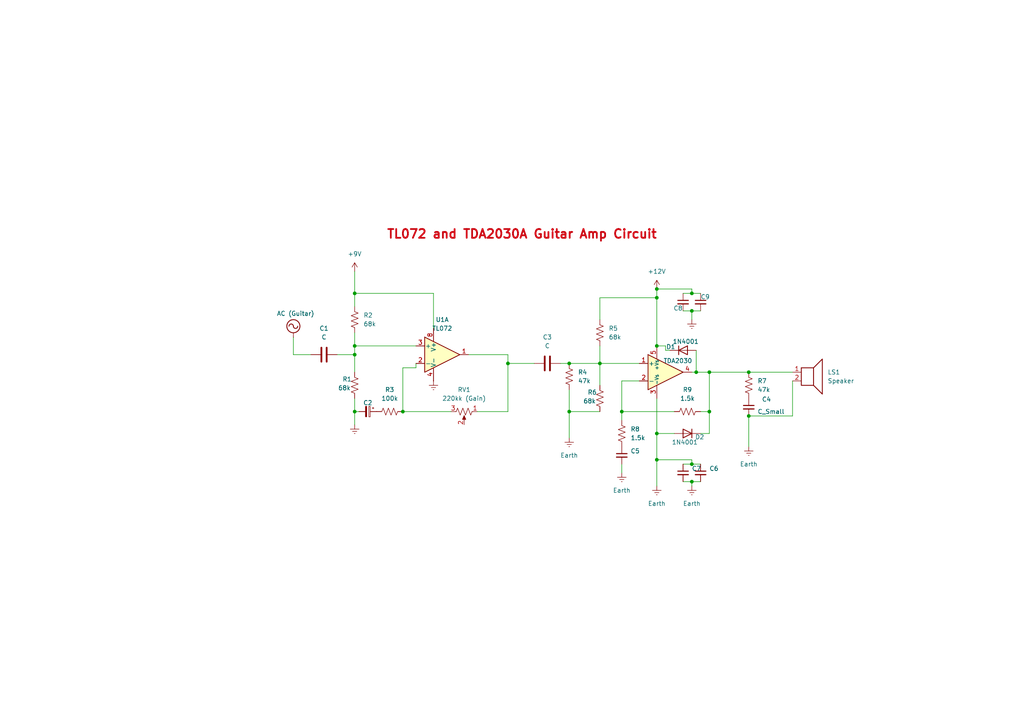
<source format=kicad_sch>
(kicad_sch
	(version 20250114)
	(generator "eeschema")
	(generator_version "9.0")
	(uuid "98179dc9-cf55-4616-93c8-3cdc35c169ea")
	(paper "A4")
	(lib_symbols
		(symbol "Amplifier_Audio:TDA2030"
			(pin_names
				(offset 0.127)
			)
			(exclude_from_sim no)
			(in_bom yes)
			(on_board yes)
			(property "Reference" "U"
				(at 3.81 6.35 0)
				(effects
					(font
						(size 1.27 1.27)
					)
				)
			)
			(property "Value" "TDA2030"
				(at 3.81 3.81 0)
				(effects
					(font
						(size 1.27 1.27)
					)
				)
			)
			(property "Footprint" "Package_TO_SOT_THT:TO-220-5_P3.4x3.7mm_StaggerOdd_Lead3.8mm_Vertical"
				(at 0 0 0)
				(effects
					(font
						(size 1.27 1.27)
						(italic yes)
					)
					(hide yes)
				)
			)
			(property "Datasheet" "http://www.st.com/resource/en/datasheet/cd00000128.pdf"
				(at 0 0 0)
				(effects
					(font
						(size 1.27 1.27)
					)
					(hide yes)
				)
			)
			(property "Description" "14W Hi-Fi Audio Amplifier, TO-220-5"
				(at 0 0 0)
				(effects
					(font
						(size 1.27 1.27)
					)
					(hide yes)
				)
			)
			(property "ki_keywords" "audio amplifier"
				(at 0 0 0)
				(effects
					(font
						(size 1.27 1.27)
					)
					(hide yes)
				)
			)
			(property "ki_fp_filters" "TO*220*StaggerOdd*"
				(at 0 0 0)
				(effects
					(font
						(size 1.27 1.27)
					)
					(hide yes)
				)
			)
			(symbol "TDA2030_0_1"
				(polyline
					(pts
						(xy -5.08 5.08) (xy 5.08 0) (xy -5.08 -5.08) (xy -5.08 5.08)
					)
					(stroke
						(width 0.254)
						(type default)
					)
					(fill
						(type background)
					)
				)
			)
			(symbol "TDA2030_1_1"
				(pin input line
					(at -7.62 2.54 0)
					(length 2.54)
					(name "+"
						(effects
							(font
								(size 1.27 1.27)
							)
						)
					)
					(number "1"
						(effects
							(font
								(size 1.27 1.27)
							)
						)
					)
				)
				(pin input line
					(at -7.62 -2.54 0)
					(length 2.54)
					(name "-"
						(effects
							(font
								(size 1.27 1.27)
							)
						)
					)
					(number "2"
						(effects
							(font
								(size 1.27 1.27)
							)
						)
					)
				)
				(pin power_in line
					(at -2.54 7.62 270)
					(length 3.81)
					(name "+Vs"
						(effects
							(font
								(size 1.016 1.016)
							)
						)
					)
					(number "5"
						(effects
							(font
								(size 1.27 1.27)
							)
						)
					)
				)
				(pin power_in line
					(at -2.54 -7.62 90)
					(length 3.81)
					(name "-Vs"
						(effects
							(font
								(size 1.016 1.016)
							)
						)
					)
					(number "3"
						(effects
							(font
								(size 1.27 1.27)
							)
						)
					)
				)
				(pin output line
					(at 7.62 0 180)
					(length 2.54)
					(name "~"
						(effects
							(font
								(size 1.27 1.27)
							)
						)
					)
					(number "4"
						(effects
							(font
								(size 1.27 1.27)
							)
						)
					)
				)
			)
			(embedded_fonts no)
		)
		(symbol "Amplifier_Operational:TL072"
			(pin_names
				(offset 0.127)
			)
			(exclude_from_sim no)
			(in_bom yes)
			(on_board yes)
			(property "Reference" "U"
				(at 0 5.08 0)
				(effects
					(font
						(size 1.27 1.27)
					)
					(justify left)
				)
			)
			(property "Value" "TL072"
				(at 0 -5.08 0)
				(effects
					(font
						(size 1.27 1.27)
					)
					(justify left)
				)
			)
			(property "Footprint" ""
				(at 0 0 0)
				(effects
					(font
						(size 1.27 1.27)
					)
					(hide yes)
				)
			)
			(property "Datasheet" "http://www.ti.com/lit/ds/symlink/tl071.pdf"
				(at 0 0 0)
				(effects
					(font
						(size 1.27 1.27)
					)
					(hide yes)
				)
			)
			(property "Description" "Dual Low-Noise JFET-Input Operational Amplifiers, DIP-8/SOIC-8"
				(at 0 0 0)
				(effects
					(font
						(size 1.27 1.27)
					)
					(hide yes)
				)
			)
			(property "ki_locked" ""
				(at 0 0 0)
				(effects
					(font
						(size 1.27 1.27)
					)
				)
			)
			(property "ki_keywords" "dual opamp"
				(at 0 0 0)
				(effects
					(font
						(size 1.27 1.27)
					)
					(hide yes)
				)
			)
			(property "ki_fp_filters" "SOIC*3.9x4.9mm*P1.27mm* DIP*W7.62mm* TO*99* OnSemi*Micro8* TSSOP*3x3mm*P0.65mm* TSSOP*4.4x3mm*P0.65mm* MSOP*3x3mm*P0.65mm* SSOP*3.9x4.9mm*P0.635mm* LFCSP*2x2mm*P0.5mm* *SIP* SOIC*5.3x6.2mm*P1.27mm*"
				(at 0 0 0)
				(effects
					(font
						(size 1.27 1.27)
					)
					(hide yes)
				)
			)
			(symbol "TL072_1_1"
				(polyline
					(pts
						(xy -5.08 5.08) (xy 5.08 0) (xy -5.08 -5.08) (xy -5.08 5.08)
					)
					(stroke
						(width 0.254)
						(type default)
					)
					(fill
						(type background)
					)
				)
				(pin input line
					(at -7.62 2.54 0)
					(length 2.54)
					(name "+"
						(effects
							(font
								(size 1.27 1.27)
							)
						)
					)
					(number "3"
						(effects
							(font
								(size 1.27 1.27)
							)
						)
					)
				)
				(pin input line
					(at -7.62 -2.54 0)
					(length 2.54)
					(name "-"
						(effects
							(font
								(size 1.27 1.27)
							)
						)
					)
					(number "2"
						(effects
							(font
								(size 1.27 1.27)
							)
						)
					)
				)
				(pin output line
					(at 7.62 0 180)
					(length 2.54)
					(name "~"
						(effects
							(font
								(size 1.27 1.27)
							)
						)
					)
					(number "1"
						(effects
							(font
								(size 1.27 1.27)
							)
						)
					)
				)
			)
			(symbol "TL072_2_1"
				(polyline
					(pts
						(xy -5.08 5.08) (xy 5.08 0) (xy -5.08 -5.08) (xy -5.08 5.08)
					)
					(stroke
						(width 0.254)
						(type default)
					)
					(fill
						(type background)
					)
				)
				(pin input line
					(at -7.62 2.54 0)
					(length 2.54)
					(name "+"
						(effects
							(font
								(size 1.27 1.27)
							)
						)
					)
					(number "5"
						(effects
							(font
								(size 1.27 1.27)
							)
						)
					)
				)
				(pin input line
					(at -7.62 -2.54 0)
					(length 2.54)
					(name "-"
						(effects
							(font
								(size 1.27 1.27)
							)
						)
					)
					(number "6"
						(effects
							(font
								(size 1.27 1.27)
							)
						)
					)
				)
				(pin output line
					(at 7.62 0 180)
					(length 2.54)
					(name "~"
						(effects
							(font
								(size 1.27 1.27)
							)
						)
					)
					(number "7"
						(effects
							(font
								(size 1.27 1.27)
							)
						)
					)
				)
			)
			(symbol "TL072_3_1"
				(pin power_in line
					(at -2.54 7.62 270)
					(length 3.81)
					(name "V+"
						(effects
							(font
								(size 1.27 1.27)
							)
						)
					)
					(number "8"
						(effects
							(font
								(size 1.27 1.27)
							)
						)
					)
				)
				(pin power_in line
					(at -2.54 -7.62 90)
					(length 3.81)
					(name "V-"
						(effects
							(font
								(size 1.27 1.27)
							)
						)
					)
					(number "4"
						(effects
							(font
								(size 1.27 1.27)
							)
						)
					)
				)
			)
			(embedded_fonts no)
		)
		(symbol "Device:C"
			(pin_numbers
				(hide yes)
			)
			(pin_names
				(offset 0.254)
			)
			(exclude_from_sim no)
			(in_bom yes)
			(on_board yes)
			(property "Reference" "C"
				(at 0.635 2.54 0)
				(effects
					(font
						(size 1.27 1.27)
					)
					(justify left)
				)
			)
			(property "Value" "C"
				(at 0.635 -2.54 0)
				(effects
					(font
						(size 1.27 1.27)
					)
					(justify left)
				)
			)
			(property "Footprint" ""
				(at 0.9652 -3.81 0)
				(effects
					(font
						(size 1.27 1.27)
					)
					(hide yes)
				)
			)
			(property "Datasheet" "~"
				(at 0 0 0)
				(effects
					(font
						(size 1.27 1.27)
					)
					(hide yes)
				)
			)
			(property "Description" "Unpolarized capacitor"
				(at 0 0 0)
				(effects
					(font
						(size 1.27 1.27)
					)
					(hide yes)
				)
			)
			(property "ki_keywords" "cap capacitor"
				(at 0 0 0)
				(effects
					(font
						(size 1.27 1.27)
					)
					(hide yes)
				)
			)
			(property "ki_fp_filters" "C_*"
				(at 0 0 0)
				(effects
					(font
						(size 1.27 1.27)
					)
					(hide yes)
				)
			)
			(symbol "C_0_1"
				(polyline
					(pts
						(xy -2.032 0.762) (xy 2.032 0.762)
					)
					(stroke
						(width 0.508)
						(type default)
					)
					(fill
						(type none)
					)
				)
				(polyline
					(pts
						(xy -2.032 -0.762) (xy 2.032 -0.762)
					)
					(stroke
						(width 0.508)
						(type default)
					)
					(fill
						(type none)
					)
				)
			)
			(symbol "C_1_1"
				(pin passive line
					(at 0 3.81 270)
					(length 2.794)
					(name "~"
						(effects
							(font
								(size 1.27 1.27)
							)
						)
					)
					(number "1"
						(effects
							(font
								(size 1.27 1.27)
							)
						)
					)
				)
				(pin passive line
					(at 0 -3.81 90)
					(length 2.794)
					(name "~"
						(effects
							(font
								(size 1.27 1.27)
							)
						)
					)
					(number "2"
						(effects
							(font
								(size 1.27 1.27)
							)
						)
					)
				)
			)
			(embedded_fonts no)
		)
		(symbol "Device:C_Polarized_Small"
			(pin_numbers
				(hide yes)
			)
			(pin_names
				(offset 0.254)
				(hide yes)
			)
			(exclude_from_sim no)
			(in_bom yes)
			(on_board yes)
			(property "Reference" "C"
				(at 0.254 1.778 0)
				(effects
					(font
						(size 1.27 1.27)
					)
					(justify left)
				)
			)
			(property "Value" "C_Polarized_Small"
				(at 0.254 -2.032 0)
				(effects
					(font
						(size 1.27 1.27)
					)
					(justify left)
				)
			)
			(property "Footprint" ""
				(at 0 0 0)
				(effects
					(font
						(size 1.27 1.27)
					)
					(hide yes)
				)
			)
			(property "Datasheet" "~"
				(at 0 0 0)
				(effects
					(font
						(size 1.27 1.27)
					)
					(hide yes)
				)
			)
			(property "Description" "Polarized capacitor, small symbol"
				(at 0 0 0)
				(effects
					(font
						(size 1.27 1.27)
					)
					(hide yes)
				)
			)
			(property "ki_keywords" "cap capacitor"
				(at 0 0 0)
				(effects
					(font
						(size 1.27 1.27)
					)
					(hide yes)
				)
			)
			(property "ki_fp_filters" "CP_*"
				(at 0 0 0)
				(effects
					(font
						(size 1.27 1.27)
					)
					(hide yes)
				)
			)
			(symbol "C_Polarized_Small_0_1"
				(rectangle
					(start -1.524 0.6858)
					(end 1.524 0.3048)
					(stroke
						(width 0)
						(type default)
					)
					(fill
						(type none)
					)
				)
				(rectangle
					(start -1.524 -0.3048)
					(end 1.524 -0.6858)
					(stroke
						(width 0)
						(type default)
					)
					(fill
						(type outline)
					)
				)
				(polyline
					(pts
						(xy -1.27 1.524) (xy -0.762 1.524)
					)
					(stroke
						(width 0)
						(type default)
					)
					(fill
						(type none)
					)
				)
				(polyline
					(pts
						(xy -1.016 1.27) (xy -1.016 1.778)
					)
					(stroke
						(width 0)
						(type default)
					)
					(fill
						(type none)
					)
				)
			)
			(symbol "C_Polarized_Small_1_1"
				(pin passive line
					(at 0 2.54 270)
					(length 1.8542)
					(name "~"
						(effects
							(font
								(size 1.27 1.27)
							)
						)
					)
					(number "1"
						(effects
							(font
								(size 1.27 1.27)
							)
						)
					)
				)
				(pin passive line
					(at 0 -2.54 90)
					(length 1.8542)
					(name "~"
						(effects
							(font
								(size 1.27 1.27)
							)
						)
					)
					(number "2"
						(effects
							(font
								(size 1.27 1.27)
							)
						)
					)
				)
			)
			(embedded_fonts no)
		)
		(symbol "Device:C_Small"
			(pin_numbers
				(hide yes)
			)
			(pin_names
				(offset 0.254)
				(hide yes)
			)
			(exclude_from_sim no)
			(in_bom yes)
			(on_board yes)
			(property "Reference" "C"
				(at 0.254 1.778 0)
				(effects
					(font
						(size 1.27 1.27)
					)
					(justify left)
				)
			)
			(property "Value" "C_Small"
				(at 0.254 -2.032 0)
				(effects
					(font
						(size 1.27 1.27)
					)
					(justify left)
				)
			)
			(property "Footprint" ""
				(at 0 0 0)
				(effects
					(font
						(size 1.27 1.27)
					)
					(hide yes)
				)
			)
			(property "Datasheet" "~"
				(at 0 0 0)
				(effects
					(font
						(size 1.27 1.27)
					)
					(hide yes)
				)
			)
			(property "Description" "Unpolarized capacitor, small symbol"
				(at 0 0 0)
				(effects
					(font
						(size 1.27 1.27)
					)
					(hide yes)
				)
			)
			(property "ki_keywords" "capacitor cap"
				(at 0 0 0)
				(effects
					(font
						(size 1.27 1.27)
					)
					(hide yes)
				)
			)
			(property "ki_fp_filters" "C_*"
				(at 0 0 0)
				(effects
					(font
						(size 1.27 1.27)
					)
					(hide yes)
				)
			)
			(symbol "C_Small_0_1"
				(polyline
					(pts
						(xy -1.524 0.508) (xy 1.524 0.508)
					)
					(stroke
						(width 0.3048)
						(type default)
					)
					(fill
						(type none)
					)
				)
				(polyline
					(pts
						(xy -1.524 -0.508) (xy 1.524 -0.508)
					)
					(stroke
						(width 0.3302)
						(type default)
					)
					(fill
						(type none)
					)
				)
			)
			(symbol "C_Small_1_1"
				(pin passive line
					(at 0 2.54 270)
					(length 2.032)
					(name "~"
						(effects
							(font
								(size 1.27 1.27)
							)
						)
					)
					(number "1"
						(effects
							(font
								(size 1.27 1.27)
							)
						)
					)
				)
				(pin passive line
					(at 0 -2.54 90)
					(length 2.032)
					(name "~"
						(effects
							(font
								(size 1.27 1.27)
							)
						)
					)
					(number "2"
						(effects
							(font
								(size 1.27 1.27)
							)
						)
					)
				)
			)
			(embedded_fonts no)
		)
		(symbol "Device:R_Potentiometer_US"
			(pin_names
				(offset 1.016)
				(hide yes)
			)
			(exclude_from_sim no)
			(in_bom yes)
			(on_board yes)
			(property "Reference" "RV"
				(at -4.445 0 90)
				(effects
					(font
						(size 1.27 1.27)
					)
				)
			)
			(property "Value" "R_Potentiometer_US"
				(at -2.54 0 90)
				(effects
					(font
						(size 1.27 1.27)
					)
				)
			)
			(property "Footprint" ""
				(at 0 0 0)
				(effects
					(font
						(size 1.27 1.27)
					)
					(hide yes)
				)
			)
			(property "Datasheet" "~"
				(at 0 0 0)
				(effects
					(font
						(size 1.27 1.27)
					)
					(hide yes)
				)
			)
			(property "Description" "Potentiometer, US symbol"
				(at 0 0 0)
				(effects
					(font
						(size 1.27 1.27)
					)
					(hide yes)
				)
			)
			(property "ki_keywords" "resistor variable"
				(at 0 0 0)
				(effects
					(font
						(size 1.27 1.27)
					)
					(hide yes)
				)
			)
			(property "ki_fp_filters" "Potentiometer*"
				(at 0 0 0)
				(effects
					(font
						(size 1.27 1.27)
					)
					(hide yes)
				)
			)
			(symbol "R_Potentiometer_US_0_1"
				(polyline
					(pts
						(xy 0 2.54) (xy 0 2.286)
					)
					(stroke
						(width 0)
						(type default)
					)
					(fill
						(type none)
					)
				)
				(polyline
					(pts
						(xy 0 2.286) (xy 1.016 1.905) (xy 0 1.524) (xy -1.016 1.143) (xy 0 0.762)
					)
					(stroke
						(width 0)
						(type default)
					)
					(fill
						(type none)
					)
				)
				(polyline
					(pts
						(xy 0 0.762) (xy 1.016 0.381) (xy 0 0) (xy -1.016 -0.381) (xy 0 -0.762)
					)
					(stroke
						(width 0)
						(type default)
					)
					(fill
						(type none)
					)
				)
				(polyline
					(pts
						(xy 0 -0.762) (xy 1.016 -1.143) (xy 0 -1.524) (xy -1.016 -1.905) (xy 0 -2.286)
					)
					(stroke
						(width 0)
						(type default)
					)
					(fill
						(type none)
					)
				)
				(polyline
					(pts
						(xy 0 -2.286) (xy 0 -2.54)
					)
					(stroke
						(width 0)
						(type default)
					)
					(fill
						(type none)
					)
				)
				(polyline
					(pts
						(xy 1.143 0) (xy 2.286 0.508) (xy 2.286 -0.508) (xy 1.143 0)
					)
					(stroke
						(width 0)
						(type default)
					)
					(fill
						(type outline)
					)
				)
				(polyline
					(pts
						(xy 2.54 0) (xy 1.524 0)
					)
					(stroke
						(width 0)
						(type default)
					)
					(fill
						(type none)
					)
				)
			)
			(symbol "R_Potentiometer_US_1_1"
				(pin passive line
					(at 0 3.81 270)
					(length 1.27)
					(name "1"
						(effects
							(font
								(size 1.27 1.27)
							)
						)
					)
					(number "1"
						(effects
							(font
								(size 1.27 1.27)
							)
						)
					)
				)
				(pin passive line
					(at 0 -3.81 90)
					(length 1.27)
					(name "3"
						(effects
							(font
								(size 1.27 1.27)
							)
						)
					)
					(number "3"
						(effects
							(font
								(size 1.27 1.27)
							)
						)
					)
				)
				(pin passive line
					(at 3.81 0 180)
					(length 1.27)
					(name "2"
						(effects
							(font
								(size 1.27 1.27)
							)
						)
					)
					(number "2"
						(effects
							(font
								(size 1.27 1.27)
							)
						)
					)
				)
			)
			(embedded_fonts no)
		)
		(symbol "Device:R_US"
			(pin_numbers
				(hide yes)
			)
			(pin_names
				(offset 0)
			)
			(exclude_from_sim no)
			(in_bom yes)
			(on_board yes)
			(property "Reference" "R"
				(at 2.54 0 90)
				(effects
					(font
						(size 1.27 1.27)
					)
				)
			)
			(property "Value" "R_US"
				(at -2.54 0 90)
				(effects
					(font
						(size 1.27 1.27)
					)
				)
			)
			(property "Footprint" ""
				(at 1.016 -0.254 90)
				(effects
					(font
						(size 1.27 1.27)
					)
					(hide yes)
				)
			)
			(property "Datasheet" "~"
				(at 0 0 0)
				(effects
					(font
						(size 1.27 1.27)
					)
					(hide yes)
				)
			)
			(property "Description" "Resistor, US symbol"
				(at 0 0 0)
				(effects
					(font
						(size 1.27 1.27)
					)
					(hide yes)
				)
			)
			(property "ki_keywords" "R res resistor"
				(at 0 0 0)
				(effects
					(font
						(size 1.27 1.27)
					)
					(hide yes)
				)
			)
			(property "ki_fp_filters" "R_*"
				(at 0 0 0)
				(effects
					(font
						(size 1.27 1.27)
					)
					(hide yes)
				)
			)
			(symbol "R_US_0_1"
				(polyline
					(pts
						(xy 0 2.286) (xy 0 2.54)
					)
					(stroke
						(width 0)
						(type default)
					)
					(fill
						(type none)
					)
				)
				(polyline
					(pts
						(xy 0 2.286) (xy 1.016 1.905) (xy 0 1.524) (xy -1.016 1.143) (xy 0 0.762)
					)
					(stroke
						(width 0)
						(type default)
					)
					(fill
						(type none)
					)
				)
				(polyline
					(pts
						(xy 0 0.762) (xy 1.016 0.381) (xy 0 0) (xy -1.016 -0.381) (xy 0 -0.762)
					)
					(stroke
						(width 0)
						(type default)
					)
					(fill
						(type none)
					)
				)
				(polyline
					(pts
						(xy 0 -0.762) (xy 1.016 -1.143) (xy 0 -1.524) (xy -1.016 -1.905) (xy 0 -2.286)
					)
					(stroke
						(width 0)
						(type default)
					)
					(fill
						(type none)
					)
				)
				(polyline
					(pts
						(xy 0 -2.286) (xy 0 -2.54)
					)
					(stroke
						(width 0)
						(type default)
					)
					(fill
						(type none)
					)
				)
			)
			(symbol "R_US_1_1"
				(pin passive line
					(at 0 3.81 270)
					(length 1.27)
					(name "~"
						(effects
							(font
								(size 1.27 1.27)
							)
						)
					)
					(number "1"
						(effects
							(font
								(size 1.27 1.27)
							)
						)
					)
				)
				(pin passive line
					(at 0 -3.81 90)
					(length 1.27)
					(name "~"
						(effects
							(font
								(size 1.27 1.27)
							)
						)
					)
					(number "2"
						(effects
							(font
								(size 1.27 1.27)
							)
						)
					)
				)
			)
			(embedded_fonts no)
		)
		(symbol "Device:Speaker"
			(pin_names
				(offset 0)
				(hide yes)
			)
			(exclude_from_sim no)
			(in_bom yes)
			(on_board yes)
			(property "Reference" "LS"
				(at 1.27 5.715 0)
				(effects
					(font
						(size 1.27 1.27)
					)
					(justify right)
				)
			)
			(property "Value" "Speaker"
				(at 1.27 3.81 0)
				(effects
					(font
						(size 1.27 1.27)
					)
					(justify right)
				)
			)
			(property "Footprint" ""
				(at 0 -5.08 0)
				(effects
					(font
						(size 1.27 1.27)
					)
					(hide yes)
				)
			)
			(property "Datasheet" "~"
				(at -0.254 -1.27 0)
				(effects
					(font
						(size 1.27 1.27)
					)
					(hide yes)
				)
			)
			(property "Description" "Speaker"
				(at 0 0 0)
				(effects
					(font
						(size 1.27 1.27)
					)
					(hide yes)
				)
			)
			(property "ki_keywords" "speaker sound"
				(at 0 0 0)
				(effects
					(font
						(size 1.27 1.27)
					)
					(hide yes)
				)
			)
			(symbol "Speaker_0_0"
				(rectangle
					(start -2.54 1.27)
					(end 1.016 -3.81)
					(stroke
						(width 0.254)
						(type default)
					)
					(fill
						(type none)
					)
				)
				(polyline
					(pts
						(xy 1.016 1.27) (xy 3.556 3.81) (xy 3.556 -6.35) (xy 1.016 -3.81)
					)
					(stroke
						(width 0.254)
						(type default)
					)
					(fill
						(type none)
					)
				)
			)
			(symbol "Speaker_1_1"
				(pin input line
					(at -5.08 0 0)
					(length 2.54)
					(name "1"
						(effects
							(font
								(size 1.27 1.27)
							)
						)
					)
					(number "1"
						(effects
							(font
								(size 1.27 1.27)
							)
						)
					)
				)
				(pin input line
					(at -5.08 -2.54 0)
					(length 2.54)
					(name "2"
						(effects
							(font
								(size 1.27 1.27)
							)
						)
					)
					(number "2"
						(effects
							(font
								(size 1.27 1.27)
							)
						)
					)
				)
			)
			(embedded_fonts no)
		)
		(symbol "Diode:1N4001"
			(pin_numbers
				(hide yes)
			)
			(pin_names
				(hide yes)
			)
			(exclude_from_sim no)
			(in_bom yes)
			(on_board yes)
			(property "Reference" "D"
				(at 0 2.54 0)
				(effects
					(font
						(size 1.27 1.27)
					)
				)
			)
			(property "Value" "1N4001"
				(at 0 -2.54 0)
				(effects
					(font
						(size 1.27 1.27)
					)
				)
			)
			(property "Footprint" "Diode_THT:D_DO-41_SOD81_P10.16mm_Horizontal"
				(at 0 0 0)
				(effects
					(font
						(size 1.27 1.27)
					)
					(hide yes)
				)
			)
			(property "Datasheet" "http://www.vishay.com/docs/88503/1n4001.pdf"
				(at 0 0 0)
				(effects
					(font
						(size 1.27 1.27)
					)
					(hide yes)
				)
			)
			(property "Description" "50V 1A General Purpose Rectifier Diode, DO-41"
				(at 0 0 0)
				(effects
					(font
						(size 1.27 1.27)
					)
					(hide yes)
				)
			)
			(property "Sim.Device" "D"
				(at 0 0 0)
				(effects
					(font
						(size 1.27 1.27)
					)
					(hide yes)
				)
			)
			(property "Sim.Pins" "1=K 2=A"
				(at 0 0 0)
				(effects
					(font
						(size 1.27 1.27)
					)
					(hide yes)
				)
			)
			(property "ki_keywords" "diode"
				(at 0 0 0)
				(effects
					(font
						(size 1.27 1.27)
					)
					(hide yes)
				)
			)
			(property "ki_fp_filters" "D*DO?41*"
				(at 0 0 0)
				(effects
					(font
						(size 1.27 1.27)
					)
					(hide yes)
				)
			)
			(symbol "1N4001_0_1"
				(polyline
					(pts
						(xy -1.27 1.27) (xy -1.27 -1.27)
					)
					(stroke
						(width 0.254)
						(type default)
					)
					(fill
						(type none)
					)
				)
				(polyline
					(pts
						(xy 1.27 1.27) (xy 1.27 -1.27) (xy -1.27 0) (xy 1.27 1.27)
					)
					(stroke
						(width 0.254)
						(type default)
					)
					(fill
						(type none)
					)
				)
				(polyline
					(pts
						(xy 1.27 0) (xy -1.27 0)
					)
					(stroke
						(width 0)
						(type default)
					)
					(fill
						(type none)
					)
				)
			)
			(symbol "1N4001_1_1"
				(pin passive line
					(at -3.81 0 0)
					(length 2.54)
					(name "K"
						(effects
							(font
								(size 1.27 1.27)
							)
						)
					)
					(number "1"
						(effects
							(font
								(size 1.27 1.27)
							)
						)
					)
				)
				(pin passive line
					(at 3.81 0 180)
					(length 2.54)
					(name "A"
						(effects
							(font
								(size 1.27 1.27)
							)
						)
					)
					(number "2"
						(effects
							(font
								(size 1.27 1.27)
							)
						)
					)
				)
			)
			(embedded_fonts no)
		)
		(symbol "power:+12V"
			(power)
			(pin_numbers
				(hide yes)
			)
			(pin_names
				(offset 0)
				(hide yes)
			)
			(exclude_from_sim no)
			(in_bom yes)
			(on_board yes)
			(property "Reference" "#PWR"
				(at 0 -3.81 0)
				(effects
					(font
						(size 1.27 1.27)
					)
					(hide yes)
				)
			)
			(property "Value" "+12V"
				(at 0 3.556 0)
				(effects
					(font
						(size 1.27 1.27)
					)
				)
			)
			(property "Footprint" ""
				(at 0 0 0)
				(effects
					(font
						(size 1.27 1.27)
					)
					(hide yes)
				)
			)
			(property "Datasheet" ""
				(at 0 0 0)
				(effects
					(font
						(size 1.27 1.27)
					)
					(hide yes)
				)
			)
			(property "Description" "Power symbol creates a global label with name \"+12V\""
				(at 0 0 0)
				(effects
					(font
						(size 1.27 1.27)
					)
					(hide yes)
				)
			)
			(property "ki_keywords" "global power"
				(at 0 0 0)
				(effects
					(font
						(size 1.27 1.27)
					)
					(hide yes)
				)
			)
			(symbol "+12V_0_1"
				(polyline
					(pts
						(xy -0.762 1.27) (xy 0 2.54)
					)
					(stroke
						(width 0)
						(type default)
					)
					(fill
						(type none)
					)
				)
				(polyline
					(pts
						(xy 0 2.54) (xy 0.762 1.27)
					)
					(stroke
						(width 0)
						(type default)
					)
					(fill
						(type none)
					)
				)
				(polyline
					(pts
						(xy 0 0) (xy 0 2.54)
					)
					(stroke
						(width 0)
						(type default)
					)
					(fill
						(type none)
					)
				)
			)
			(symbol "+12V_1_1"
				(pin power_in line
					(at 0 0 90)
					(length 0)
					(name "~"
						(effects
							(font
								(size 1.27 1.27)
							)
						)
					)
					(number "1"
						(effects
							(font
								(size 1.27 1.27)
							)
						)
					)
				)
			)
			(embedded_fonts no)
		)
		(symbol "power:+9V"
			(power)
			(pin_numbers
				(hide yes)
			)
			(pin_names
				(offset 0)
				(hide yes)
			)
			(exclude_from_sim no)
			(in_bom yes)
			(on_board yes)
			(property "Reference" "#PWR"
				(at 0 -3.81 0)
				(effects
					(font
						(size 1.27 1.27)
					)
					(hide yes)
				)
			)
			(property "Value" "+9V"
				(at 0 3.556 0)
				(effects
					(font
						(size 1.27 1.27)
					)
				)
			)
			(property "Footprint" ""
				(at 0 0 0)
				(effects
					(font
						(size 1.27 1.27)
					)
					(hide yes)
				)
			)
			(property "Datasheet" ""
				(at 0 0 0)
				(effects
					(font
						(size 1.27 1.27)
					)
					(hide yes)
				)
			)
			(property "Description" "Power symbol creates a global label with name \"+9V\""
				(at 0 0 0)
				(effects
					(font
						(size 1.27 1.27)
					)
					(hide yes)
				)
			)
			(property "ki_keywords" "global power"
				(at 0 0 0)
				(effects
					(font
						(size 1.27 1.27)
					)
					(hide yes)
				)
			)
			(symbol "+9V_0_1"
				(polyline
					(pts
						(xy -0.762 1.27) (xy 0 2.54)
					)
					(stroke
						(width 0)
						(type default)
					)
					(fill
						(type none)
					)
				)
				(polyline
					(pts
						(xy 0 2.54) (xy 0.762 1.27)
					)
					(stroke
						(width 0)
						(type default)
					)
					(fill
						(type none)
					)
				)
				(polyline
					(pts
						(xy 0 0) (xy 0 2.54)
					)
					(stroke
						(width 0)
						(type default)
					)
					(fill
						(type none)
					)
				)
			)
			(symbol "+9V_1_1"
				(pin power_in line
					(at 0 0 90)
					(length 0)
					(name "~"
						(effects
							(font
								(size 1.27 1.27)
							)
						)
					)
					(number "1"
						(effects
							(font
								(size 1.27 1.27)
							)
						)
					)
				)
			)
			(embedded_fonts no)
		)
		(symbol "power:AC"
			(power)
			(pin_numbers
				(hide yes)
			)
			(pin_names
				(offset 0)
				(hide yes)
			)
			(exclude_from_sim no)
			(in_bom yes)
			(on_board yes)
			(property "Reference" "#PWR"
				(at 0 -2.54 0)
				(effects
					(font
						(size 1.27 1.27)
					)
					(hide yes)
				)
			)
			(property "Value" "AC"
				(at 0 6.35 0)
				(effects
					(font
						(size 1.27 1.27)
					)
				)
			)
			(property "Footprint" ""
				(at 0 0 0)
				(effects
					(font
						(size 1.27 1.27)
					)
					(hide yes)
				)
			)
			(property "Datasheet" ""
				(at 0 0 0)
				(effects
					(font
						(size 1.27 1.27)
					)
					(hide yes)
				)
			)
			(property "Description" "Power symbol creates a global label with name \"AC\""
				(at 0 0 0)
				(effects
					(font
						(size 1.27 1.27)
					)
					(hide yes)
				)
			)
			(property "ki_keywords" "global power"
				(at 0 0 0)
				(effects
					(font
						(size 1.27 1.27)
					)
					(hide yes)
				)
			)
			(symbol "AC_0_1"
				(arc
					(start -1.27 3.175)
					(mid -0.635 3.8073)
					(end 0 3.175)
					(stroke
						(width 0.254)
						(type default)
					)
					(fill
						(type none)
					)
				)
				(circle
					(center 0 3.175)
					(radius 1.905)
					(stroke
						(width 0.254)
						(type default)
					)
					(fill
						(type none)
					)
				)
				(polyline
					(pts
						(xy 0 0) (xy 0 1.27)
					)
					(stroke
						(width 0)
						(type default)
					)
					(fill
						(type none)
					)
				)
				(arc
					(start 1.27 3.175)
					(mid 0.635 2.5427)
					(end 0 3.175)
					(stroke
						(width 0.254)
						(type default)
					)
					(fill
						(type none)
					)
				)
			)
			(symbol "AC_1_1"
				(pin power_in line
					(at 0 0 90)
					(length 0)
					(name "~"
						(effects
							(font
								(size 1.27 1.27)
							)
						)
					)
					(number "1"
						(effects
							(font
								(size 1.27 1.27)
							)
						)
					)
				)
			)
			(embedded_fonts no)
		)
		(symbol "power:Earth"
			(power)
			(pin_numbers
				(hide yes)
			)
			(pin_names
				(offset 0)
				(hide yes)
			)
			(exclude_from_sim no)
			(in_bom yes)
			(on_board yes)
			(property "Reference" "#PWR"
				(at 0 -6.35 0)
				(effects
					(font
						(size 1.27 1.27)
					)
					(hide yes)
				)
			)
			(property "Value" "Earth"
				(at 0 -3.81 0)
				(effects
					(font
						(size 1.27 1.27)
					)
				)
			)
			(property "Footprint" ""
				(at 0 0 0)
				(effects
					(font
						(size 1.27 1.27)
					)
					(hide yes)
				)
			)
			(property "Datasheet" "~"
				(at 0 0 0)
				(effects
					(font
						(size 1.27 1.27)
					)
					(hide yes)
				)
			)
			(property "Description" "Power symbol creates a global label with name \"Earth\""
				(at 0 0 0)
				(effects
					(font
						(size 1.27 1.27)
					)
					(hide yes)
				)
			)
			(property "ki_keywords" "global ground gnd"
				(at 0 0 0)
				(effects
					(font
						(size 1.27 1.27)
					)
					(hide yes)
				)
			)
			(symbol "Earth_0_1"
				(polyline
					(pts
						(xy -0.635 -1.905) (xy 0.635 -1.905)
					)
					(stroke
						(width 0)
						(type default)
					)
					(fill
						(type none)
					)
				)
				(polyline
					(pts
						(xy -0.127 -2.54) (xy 0.127 -2.54)
					)
					(stroke
						(width 0)
						(type default)
					)
					(fill
						(type none)
					)
				)
				(polyline
					(pts
						(xy 0 -1.27) (xy 0 0)
					)
					(stroke
						(width 0)
						(type default)
					)
					(fill
						(type none)
					)
				)
				(polyline
					(pts
						(xy 1.27 -1.27) (xy -1.27 -1.27)
					)
					(stroke
						(width 0)
						(type default)
					)
					(fill
						(type none)
					)
				)
			)
			(symbol "Earth_1_1"
				(pin power_in line
					(at 0 0 270)
					(length 0)
					(name "~"
						(effects
							(font
								(size 1.27 1.27)
							)
						)
					)
					(number "1"
						(effects
							(font
								(size 1.27 1.27)
							)
						)
					)
				)
			)
			(embedded_fonts no)
		)
	)
	(text "TL072 and TDA2030A Guitar Amp Circuit"
		(exclude_from_sim no)
		(at 151.384 68.072 0)
		(effects
			(font
				(size 2.54 2.54)
				(thickness 0.508)
				(bold yes)
				(color 201 6 16 1)
			)
		)
		(uuid "c82d969c-504d-4b0a-9030-0b7bf3113243")
	)
	(junction
		(at 205.74 119.38)
		(diameter 0)
		(color 0 0 0 0)
		(uuid "1083a1fa-8323-42e5-bc1a-f85e0239b305")
	)
	(junction
		(at 190.5 133.35)
		(diameter 0)
		(color 0 0 0 0)
		(uuid "13a4a66f-d363-4524-9c0f-f4454abe231b")
	)
	(junction
		(at 165.1 105.41)
		(diameter 0)
		(color 0 0 0 0)
		(uuid "270d185f-5951-4772-a719-bf7a0ed49098")
	)
	(junction
		(at 147.32 105.41)
		(diameter 0)
		(color 0 0 0 0)
		(uuid "448bd204-eec9-41d8-b54a-a1e753be758a")
	)
	(junction
		(at 173.99 105.41)
		(diameter 0)
		(color 0 0 0 0)
		(uuid "450900f4-f90f-4020-bd6e-73e2a29e2afc")
	)
	(junction
		(at 217.17 107.95)
		(diameter 0)
		(color 0 0 0 0)
		(uuid "558d6806-1f16-4fd2-987f-50f25d5abe2d")
	)
	(junction
		(at 102.87 100.33)
		(diameter 0)
		(color 0 0 0 0)
		(uuid "5e97e405-b57c-4620-93ca-90588ef50886")
	)
	(junction
		(at 217.17 120.65)
		(diameter 0)
		(color 0 0 0 0)
		(uuid "6a691911-1b96-4a41-bd37-a00cc4b32948")
	)
	(junction
		(at 116.84 119.38)
		(diameter 0)
		(color 0 0 0 0)
		(uuid "6bc55dd1-fc9c-49e9-b63a-a9ee77cb6866")
	)
	(junction
		(at 102.87 119.38)
		(diameter 0)
		(color 0 0 0 0)
		(uuid "6f7808ac-82ed-4d8a-b680-a1517e736e2a")
	)
	(junction
		(at 200.66 134.62)
		(diameter 0)
		(color 0 0 0 0)
		(uuid "7887130d-0cf1-483c-9384-56f948de54f8")
	)
	(junction
		(at 200.66 90.17)
		(diameter 0)
		(color 0 0 0 0)
		(uuid "7b49eaea-72d0-4d6c-adf6-dfdd17fd7f1d")
	)
	(junction
		(at 201.93 107.95)
		(diameter 0)
		(color 0 0 0 0)
		(uuid "8c8b1eb2-2a00-47af-96e4-6a36e0013df0")
	)
	(junction
		(at 165.1 119.38)
		(diameter 0)
		(color 0 0 0 0)
		(uuid "8ee31f38-2d43-487c-9fc3-d45a115b6d9f")
	)
	(junction
		(at 190.5 100.33)
		(diameter 0)
		(color 0 0 0 0)
		(uuid "afc9a28c-b6c8-4d02-81ad-8d06f69e4efd")
	)
	(junction
		(at 190.5 83.82)
		(diameter 0)
		(color 0 0 0 0)
		(uuid "d56eec82-24da-4dbd-a3b2-46f34815e790")
	)
	(junction
		(at 102.87 102.87)
		(diameter 0)
		(color 0 0 0 0)
		(uuid "da7ea7f2-937b-4934-8bf1-2207e1134949")
	)
	(junction
		(at 190.5 86.36)
		(diameter 0)
		(color 0 0 0 0)
		(uuid "e2073f6b-338b-4f26-a74e-e692be640f1b")
	)
	(junction
		(at 190.5 125.73)
		(diameter 0)
		(color 0 0 0 0)
		(uuid "e83b860a-dc89-4956-aa25-b5436cdd741a")
	)
	(junction
		(at 102.87 85.09)
		(diameter 0)
		(color 0 0 0 0)
		(uuid "e9a0ec6b-a5a2-466e-abd0-e4f2a1ffbad6")
	)
	(junction
		(at 205.74 107.95)
		(diameter 0)
		(color 0 0 0 0)
		(uuid "e9ac56fb-27ea-40e6-bc8f-84c16c8c75db")
	)
	(junction
		(at 180.34 119.38)
		(diameter 0)
		(color 0 0 0 0)
		(uuid "eb06a7cf-bde3-47eb-929a-3e6981a600c5")
	)
	(junction
		(at 200.66 85.09)
		(diameter 0)
		(color 0 0 0 0)
		(uuid "f713d96d-60a9-45b2-9cf9-cf59546aa5d3")
	)
	(junction
		(at 200.66 139.7)
		(diameter 0)
		(color 0 0 0 0)
		(uuid "fadc1b4e-29b8-400a-860b-608273f28ecc")
	)
	(wire
		(pts
			(xy 173.99 86.36) (xy 190.5 86.36)
		)
		(stroke
			(width 0)
			(type default)
		)
		(uuid "03714a80-5b4f-4b38-ae27-d182cc98231d")
	)
	(wire
		(pts
			(xy 116.84 119.38) (xy 130.81 119.38)
		)
		(stroke
			(width 0)
			(type default)
		)
		(uuid "0bcf0a73-0b29-4c65-86f7-f2da9a41a4b4")
	)
	(wire
		(pts
			(xy 102.87 78.74) (xy 102.87 85.09)
		)
		(stroke
			(width 0)
			(type default)
		)
		(uuid "0d164f63-ea9a-468a-8c01-b4bf1bb0bee1")
	)
	(wire
		(pts
			(xy 198.12 134.62) (xy 200.66 134.62)
		)
		(stroke
			(width 0)
			(type default)
		)
		(uuid "0d9be088-4710-4c86-ac22-7adfa6657c01")
	)
	(wire
		(pts
			(xy 85.09 102.87) (xy 90.17 102.87)
		)
		(stroke
			(width 0)
			(type default)
		)
		(uuid "0e5bd48a-950a-4926-802c-d0719c90a29f")
	)
	(wire
		(pts
			(xy 201.93 101.6) (xy 201.93 107.95)
		)
		(stroke
			(width 0)
			(type default)
		)
		(uuid "1332febe-808e-4a0e-ab62-53931721c296")
	)
	(wire
		(pts
			(xy 147.32 102.87) (xy 147.32 105.41)
		)
		(stroke
			(width 0)
			(type default)
		)
		(uuid "1876a6df-f501-4e04-8bdb-e06e2c63bdc1")
	)
	(wire
		(pts
			(xy 193.04 101.6) (xy 193.04 100.33)
		)
		(stroke
			(width 0)
			(type default)
		)
		(uuid "1ef1a861-9794-4874-bd7c-17ed8549a0c0")
	)
	(wire
		(pts
			(xy 200.66 83.82) (xy 190.5 83.82)
		)
		(stroke
			(width 0)
			(type default)
		)
		(uuid "22041ad3-eaf6-4ac3-bb02-5d80d8322339")
	)
	(wire
		(pts
			(xy 200.66 90.17) (xy 203.2 90.17)
		)
		(stroke
			(width 0)
			(type default)
		)
		(uuid "23ac465b-872d-4787-a782-bec510682240")
	)
	(wire
		(pts
			(xy 200.66 139.7) (xy 200.66 140.97)
		)
		(stroke
			(width 0)
			(type default)
		)
		(uuid "2df7eb3d-6b15-45a6-8225-23c50c313388")
	)
	(wire
		(pts
			(xy 180.34 119.38) (xy 195.58 119.38)
		)
		(stroke
			(width 0)
			(type default)
		)
		(uuid "2dfd966a-400b-4b73-a77a-54a98045fe94")
	)
	(wire
		(pts
			(xy 198.12 90.17) (xy 200.66 90.17)
		)
		(stroke
			(width 0)
			(type default)
		)
		(uuid "3766e0ed-8b0c-429f-af10-e16cddaabd72")
	)
	(wire
		(pts
			(xy 200.66 134.62) (xy 200.66 133.35)
		)
		(stroke
			(width 0)
			(type default)
		)
		(uuid "39f2f9b8-a89a-43ff-85f1-4daaf9a447ce")
	)
	(wire
		(pts
			(xy 173.99 105.41) (xy 185.42 105.41)
		)
		(stroke
			(width 0)
			(type default)
		)
		(uuid "40fdc070-7122-4be2-8492-d27bb9eaf14d")
	)
	(wire
		(pts
			(xy 200.66 134.62) (xy 203.2 134.62)
		)
		(stroke
			(width 0)
			(type default)
		)
		(uuid "460c359d-8ead-4649-b563-97bac71a5a5d")
	)
	(wire
		(pts
			(xy 116.84 106.68) (xy 116.84 119.38)
		)
		(stroke
			(width 0)
			(type default)
		)
		(uuid "49fb93d1-133e-4a8b-8ed8-b6c3e24bb44e")
	)
	(wire
		(pts
			(xy 200.66 85.09) (xy 203.2 85.09)
		)
		(stroke
			(width 0)
			(type default)
		)
		(uuid "4b5d33d0-433c-49e9-bf43-61a43aab4a43")
	)
	(wire
		(pts
			(xy 147.32 119.38) (xy 138.43 119.38)
		)
		(stroke
			(width 0)
			(type default)
		)
		(uuid "4b713642-d873-48b2-a576-05021768df00")
	)
	(wire
		(pts
			(xy 185.42 110.49) (xy 180.34 110.49)
		)
		(stroke
			(width 0)
			(type default)
		)
		(uuid "58e151ff-1f7a-44c0-91b7-537a735e9329")
	)
	(wire
		(pts
			(xy 120.65 105.41) (xy 120.65 106.68)
		)
		(stroke
			(width 0)
			(type default)
		)
		(uuid "5cb8f716-4e4d-445f-9779-0f7796428d94")
	)
	(wire
		(pts
			(xy 85.09 97.79) (xy 85.09 102.87)
		)
		(stroke
			(width 0)
			(type default)
		)
		(uuid "5e071cae-8cc3-4cf0-94fc-10b4f4f684b5")
	)
	(wire
		(pts
			(xy 203.2 119.38) (xy 205.74 119.38)
		)
		(stroke
			(width 0)
			(type default)
		)
		(uuid "5ef1e0b3-77aa-442c-acbb-5331441fb496")
	)
	(wire
		(pts
			(xy 165.1 127) (xy 165.1 119.38)
		)
		(stroke
			(width 0)
			(type default)
		)
		(uuid "6285a7e9-4642-4705-965f-ae6c86df5224")
	)
	(wire
		(pts
			(xy 200.66 90.17) (xy 200.66 92.71)
		)
		(stroke
			(width 0)
			(type default)
		)
		(uuid "652e5cda-c9a6-4b0d-b0a2-fe259a704ea1")
	)
	(wire
		(pts
			(xy 198.12 85.09) (xy 200.66 85.09)
		)
		(stroke
			(width 0)
			(type default)
		)
		(uuid "6873708d-e544-4bf0-b76f-39ef29071241")
	)
	(wire
		(pts
			(xy 203.2 125.73) (xy 205.74 125.73)
		)
		(stroke
			(width 0)
			(type default)
		)
		(uuid "6a10974a-f6f7-4006-9c19-d04f72aeff1d")
	)
	(wire
		(pts
			(xy 200.66 107.95) (xy 201.93 107.95)
		)
		(stroke
			(width 0)
			(type default)
		)
		(uuid "6f31acc5-39ce-4beb-aaac-31d6960058f4")
	)
	(wire
		(pts
			(xy 180.34 110.49) (xy 180.34 119.38)
		)
		(stroke
			(width 0)
			(type default)
		)
		(uuid "70f319cb-8b2f-42d5-8040-a641325a2c78")
	)
	(wire
		(pts
			(xy 97.79 102.87) (xy 102.87 102.87)
		)
		(stroke
			(width 0)
			(type default)
		)
		(uuid "77281bf1-0b32-423a-a31d-a298b04cf69e")
	)
	(wire
		(pts
			(xy 102.87 119.38) (xy 102.87 123.19)
		)
		(stroke
			(width 0)
			(type default)
		)
		(uuid "78354f05-36aa-46e6-b3cf-13758f0f2aa5")
	)
	(wire
		(pts
			(xy 173.99 92.71) (xy 173.99 86.36)
		)
		(stroke
			(width 0)
			(type default)
		)
		(uuid "78610fbc-2da9-4c53-9811-c8c57efb01c7")
	)
	(wire
		(pts
			(xy 147.32 105.41) (xy 154.94 105.41)
		)
		(stroke
			(width 0)
			(type default)
		)
		(uuid "7a061e69-001c-4d6f-a493-5ecf40fe72ef")
	)
	(wire
		(pts
			(xy 102.87 85.09) (xy 102.87 88.9)
		)
		(stroke
			(width 0)
			(type default)
		)
		(uuid "7b8b844c-6cf2-4213-a390-7acb0093984b")
	)
	(wire
		(pts
			(xy 102.87 85.09) (xy 125.73 85.09)
		)
		(stroke
			(width 0)
			(type default)
		)
		(uuid "7cc08f88-f01f-4817-b780-21242f4ecdaf")
	)
	(wire
		(pts
			(xy 205.74 107.95) (xy 205.74 119.38)
		)
		(stroke
			(width 0)
			(type default)
		)
		(uuid "806af64e-e6b3-47f7-94ff-9e0965c08ec0")
	)
	(wire
		(pts
			(xy 217.17 120.65) (xy 229.87 120.65)
		)
		(stroke
			(width 0)
			(type default)
		)
		(uuid "834834c4-1c46-4b2f-9699-d0b573325650")
	)
	(wire
		(pts
			(xy 195.58 125.73) (xy 190.5 125.73)
		)
		(stroke
			(width 0)
			(type default)
		)
		(uuid "852f1a82-ab34-4ce0-8bba-3950066e0269")
	)
	(wire
		(pts
			(xy 190.5 86.36) (xy 190.5 100.33)
		)
		(stroke
			(width 0)
			(type default)
		)
		(uuid "8e68891d-fb91-4dd0-9324-9dec402e9325")
	)
	(wire
		(pts
			(xy 190.5 133.35) (xy 190.5 140.97)
		)
		(stroke
			(width 0)
			(type default)
		)
		(uuid "8eed0625-9704-4e06-a73f-6ef5cea8896d")
	)
	(wire
		(pts
			(xy 229.87 120.65) (xy 229.87 110.49)
		)
		(stroke
			(width 0)
			(type default)
		)
		(uuid "90182647-570a-4e3b-9c6b-c2e74df81313")
	)
	(wire
		(pts
			(xy 104.14 119.38) (xy 102.87 119.38)
		)
		(stroke
			(width 0)
			(type default)
		)
		(uuid "92085e82-0803-47e3-b20f-c44e10758a9d")
	)
	(wire
		(pts
			(xy 135.89 102.87) (xy 147.32 102.87)
		)
		(stroke
			(width 0)
			(type default)
		)
		(uuid "921adbfd-8f76-44fb-b3e5-addaee456979")
	)
	(wire
		(pts
			(xy 165.1 119.38) (xy 173.99 119.38)
		)
		(stroke
			(width 0)
			(type default)
		)
		(uuid "9439e28b-8d90-4d4e-a540-58071379e308")
	)
	(wire
		(pts
			(xy 125.73 95.25) (xy 125.73 85.09)
		)
		(stroke
			(width 0)
			(type default)
		)
		(uuid "9c7bf4c0-a42c-4f47-9ffa-3892e36382da")
	)
	(wire
		(pts
			(xy 201.93 107.95) (xy 205.74 107.95)
		)
		(stroke
			(width 0)
			(type default)
		)
		(uuid "9d9ea936-e136-4974-a610-34edf8df99dc")
	)
	(wire
		(pts
			(xy 165.1 119.38) (xy 165.1 113.03)
		)
		(stroke
			(width 0)
			(type default)
		)
		(uuid "a263a31e-e0e3-492a-b2cf-1511d449c246")
	)
	(wire
		(pts
			(xy 173.99 105.41) (xy 173.99 111.76)
		)
		(stroke
			(width 0)
			(type default)
		)
		(uuid "a2974f67-6ecf-4b3c-9d36-f896e7e24313")
	)
	(wire
		(pts
			(xy 180.34 119.38) (xy 180.34 121.92)
		)
		(stroke
			(width 0)
			(type default)
		)
		(uuid "abc5be55-2c9d-44f1-a281-9c0a7345a1da")
	)
	(wire
		(pts
			(xy 102.87 115.57) (xy 102.87 119.38)
		)
		(stroke
			(width 0)
			(type default)
		)
		(uuid "b0887b92-d285-477e-a3a9-7b70baedac55")
	)
	(wire
		(pts
			(xy 162.56 105.41) (xy 165.1 105.41)
		)
		(stroke
			(width 0)
			(type default)
		)
		(uuid "b9b94534-0612-4676-8e42-3f4c8c650251")
	)
	(wire
		(pts
			(xy 165.1 105.41) (xy 173.99 105.41)
		)
		(stroke
			(width 0)
			(type default)
		)
		(uuid "bcef3884-91d4-45eb-8880-55b9dd844b4d")
	)
	(wire
		(pts
			(xy 205.74 119.38) (xy 205.74 125.73)
		)
		(stroke
			(width 0)
			(type default)
		)
		(uuid "c0db571d-6e81-4dd9-8c2d-06e15a09cc46")
	)
	(wire
		(pts
			(xy 147.32 105.41) (xy 147.32 119.38)
		)
		(stroke
			(width 0)
			(type default)
		)
		(uuid "c1c90de8-e197-48d4-a261-186d6e3a83fa")
	)
	(wire
		(pts
			(xy 180.34 134.62) (xy 180.34 137.16)
		)
		(stroke
			(width 0)
			(type default)
		)
		(uuid "c219a2f7-a817-4b25-b16a-add74a2ebaab")
	)
	(wire
		(pts
			(xy 190.5 125.73) (xy 190.5 133.35)
		)
		(stroke
			(width 0)
			(type default)
		)
		(uuid "c35691ad-cc71-463e-b7a9-2ac2d715efbc")
	)
	(wire
		(pts
			(xy 190.5 115.57) (xy 190.5 125.73)
		)
		(stroke
			(width 0)
			(type default)
		)
		(uuid "ce705737-38f8-424f-82d5-64000c1f3533")
	)
	(wire
		(pts
			(xy 200.66 139.7) (xy 203.2 139.7)
		)
		(stroke
			(width 0)
			(type default)
		)
		(uuid "cf0ec310-17e0-4e57-b5cc-6aac3e3b2a7d")
	)
	(wire
		(pts
			(xy 102.87 102.87) (xy 102.87 107.95)
		)
		(stroke
			(width 0)
			(type default)
		)
		(uuid "d67ea8b8-7fac-43b0-a9fe-33e72076e571")
	)
	(wire
		(pts
			(xy 198.12 139.7) (xy 200.66 139.7)
		)
		(stroke
			(width 0)
			(type default)
		)
		(uuid "de4caefc-9758-4769-a58b-30a60c8341f9")
	)
	(wire
		(pts
			(xy 193.04 100.33) (xy 190.5 100.33)
		)
		(stroke
			(width 0)
			(type default)
		)
		(uuid "defef8ec-2983-4141-9e27-ad4a8c80f25f")
	)
	(wire
		(pts
			(xy 190.5 133.35) (xy 200.66 133.35)
		)
		(stroke
			(width 0)
			(type default)
		)
		(uuid "e00b4a67-9d17-419c-b4ec-7b7490a0dd62")
	)
	(wire
		(pts
			(xy 217.17 107.95) (xy 229.87 107.95)
		)
		(stroke
			(width 0)
			(type default)
		)
		(uuid "e073d7ab-6218-4081-a2ab-f978e3fec5d1")
	)
	(wire
		(pts
			(xy 217.17 120.65) (xy 217.17 129.54)
		)
		(stroke
			(width 0)
			(type default)
		)
		(uuid "e41e4170-64e2-4765-81a4-d1b30b8d7c31")
	)
	(wire
		(pts
			(xy 102.87 96.52) (xy 102.87 100.33)
		)
		(stroke
			(width 0)
			(type default)
		)
		(uuid "e5c1c369-5588-493d-a69c-41349f5f1c35")
	)
	(wire
		(pts
			(xy 102.87 100.33) (xy 102.87 102.87)
		)
		(stroke
			(width 0)
			(type default)
		)
		(uuid "e8b8dc87-5c29-4676-94af-2d192cd6c179")
	)
	(wire
		(pts
			(xy 193.04 101.6) (xy 194.31 101.6)
		)
		(stroke
			(width 0)
			(type default)
		)
		(uuid "e8f0e6f1-1118-42e6-9fef-0f4b7a0e318d")
	)
	(wire
		(pts
			(xy 173.99 100.33) (xy 173.99 105.41)
		)
		(stroke
			(width 0)
			(type default)
		)
		(uuid "eacc10da-1bfb-4e02-be98-c9aa275cc830")
	)
	(wire
		(pts
			(xy 190.5 83.82) (xy 190.5 86.36)
		)
		(stroke
			(width 0)
			(type default)
		)
		(uuid "f109d549-fc96-45a4-9bdc-05eea02385e0")
	)
	(wire
		(pts
			(xy 120.65 106.68) (xy 116.84 106.68)
		)
		(stroke
			(width 0)
			(type default)
		)
		(uuid "f3caa8e8-87ac-46d8-b3a7-09e4c4dd2366")
	)
	(wire
		(pts
			(xy 102.87 100.33) (xy 120.65 100.33)
		)
		(stroke
			(width 0)
			(type default)
		)
		(uuid "f54767a1-cff6-4403-9061-5b83e1864340")
	)
	(wire
		(pts
			(xy 200.66 85.09) (xy 200.66 83.82)
		)
		(stroke
			(width 0)
			(type default)
		)
		(uuid "fa5b2efa-54b0-4245-bfb3-47eaf4bcd0b4")
	)
	(wire
		(pts
			(xy 205.74 107.95) (xy 217.17 107.95)
		)
		(stroke
			(width 0)
			(type default)
		)
		(uuid "ff23ad61-2972-411e-97fe-e04793311123")
	)
	(symbol
		(lib_id "power:Earth")
		(at 180.34 137.16 0)
		(unit 1)
		(exclude_from_sim no)
		(in_bom yes)
		(on_board yes)
		(dnp no)
		(fields_autoplaced yes)
		(uuid "05f46e7d-6cc3-4b5b-8ac1-ffe6e27e476d")
		(property "Reference" "#PWR09"
			(at 180.34 143.51 0)
			(effects
				(font
					(size 1.27 1.27)
				)
				(hide yes)
			)
		)
		(property "Value" "Earth"
			(at 180.34 142.24 0)
			(effects
				(font
					(size 1.27 1.27)
				)
			)
		)
		(property "Footprint" ""
			(at 180.34 137.16 0)
			(effects
				(font
					(size 1.27 1.27)
				)
				(hide yes)
			)
		)
		(property "Datasheet" "~"
			(at 180.34 137.16 0)
			(effects
				(font
					(size 1.27 1.27)
				)
				(hide yes)
			)
		)
		(property "Description" "Power symbol creates a global label with name \"Earth\""
			(at 180.34 137.16 0)
			(effects
				(font
					(size 1.27 1.27)
				)
				(hide yes)
			)
		)
		(pin "1"
			(uuid "66514a93-05cb-4425-b7ea-174b88896443")
		)
		(instances
			(project "Attempt"
				(path "/98179dc9-cf55-4616-93c8-3cdc35c169ea"
					(reference "#PWR09")
					(unit 1)
				)
			)
		)
	)
	(symbol
		(lib_id "Amplifier_Audio:TDA2030")
		(at 193.04 107.95 0)
		(unit 1)
		(exclude_from_sim no)
		(in_bom yes)
		(on_board yes)
		(dnp no)
		(uuid "0f2863c2-8a24-4108-88cd-bcfcb5f42ff5")
		(property "Reference" "U2"
			(at 203.2 101.5298 0)
			(effects
				(font
					(size 1.27 1.27)
				)
				(hide yes)
			)
		)
		(property "Value" "TDA2030"
			(at 196.596 104.648 0)
			(effects
				(font
					(size 1.27 1.27)
				)
			)
		)
		(property "Footprint" "Package_TO_SOT_THT:TO-220-5_P3.4x3.7mm_StaggerOdd_Lead3.8mm_Vertical"
			(at 193.04 107.95 0)
			(effects
				(font
					(size 1.27 1.27)
					(italic yes)
				)
				(hide yes)
			)
		)
		(property "Datasheet" "http://www.st.com/resource/en/datasheet/cd00000128.pdf"
			(at 193.04 107.95 0)
			(effects
				(font
					(size 1.27 1.27)
				)
				(hide yes)
			)
		)
		(property "Description" "14W Hi-Fi Audio Amplifier, TO-220-5"
			(at 193.04 107.95 0)
			(effects
				(font
					(size 1.27 1.27)
				)
				(hide yes)
			)
		)
		(pin "1"
			(uuid "4b8338f9-7572-4ef8-95e3-ad728fc8b9b2")
		)
		(pin "5"
			(uuid "3d87e20a-bb54-4fc2-bb70-1b350e80aec0")
		)
		(pin "3"
			(uuid "a1ee758f-4efc-43c1-b2a9-cb9f8519d41c")
		)
		(pin "2"
			(uuid "1ebce338-4c02-4766-9537-7383824941c4")
		)
		(pin "4"
			(uuid "dad064ad-7132-425f-85c3-64ae2c4701ce")
		)
		(instances
			(project ""
				(path "/98179dc9-cf55-4616-93c8-3cdc35c169ea"
					(reference "U2")
					(unit 1)
				)
			)
		)
	)
	(symbol
		(lib_id "power:Earth")
		(at 125.73 110.49 0)
		(unit 1)
		(exclude_from_sim no)
		(in_bom yes)
		(on_board yes)
		(dnp no)
		(fields_autoplaced yes)
		(uuid "11184140-2fa6-4b30-8c8a-113c840bf996")
		(property "Reference" "#PWR02"
			(at 125.73 116.84 0)
			(effects
				(font
					(size 1.27 1.27)
				)
				(hide yes)
			)
		)
		(property "Value" "Earth"
			(at 125.73 115.57 0)
			(effects
				(font
					(size 1.27 1.27)
				)
				(hide yes)
			)
		)
		(property "Footprint" ""
			(at 125.73 110.49 0)
			(effects
				(font
					(size 1.27 1.27)
				)
				(hide yes)
			)
		)
		(property "Datasheet" "~"
			(at 125.73 110.49 0)
			(effects
				(font
					(size 1.27 1.27)
				)
				(hide yes)
			)
		)
		(property "Description" "Power symbol creates a global label with name \"Earth\""
			(at 125.73 110.49 0)
			(effects
				(font
					(size 1.27 1.27)
				)
				(hide yes)
			)
		)
		(pin "1"
			(uuid "34a0d75d-8d57-4d48-a8e5-7043329c46b5")
		)
		(instances
			(project "Attempt"
				(path "/98179dc9-cf55-4616-93c8-3cdc35c169ea"
					(reference "#PWR02")
					(unit 1)
				)
			)
		)
	)
	(symbol
		(lib_id "Device:R_US")
		(at 102.87 111.76 0)
		(unit 1)
		(exclude_from_sim no)
		(in_bom yes)
		(on_board yes)
		(dnp no)
		(uuid "12a7a28b-d63c-4b60-a571-6a9efd4f11e9")
		(property "Reference" "R1"
			(at 99.314 109.982 0)
			(effects
				(font
					(size 1.27 1.27)
				)
				(justify left)
			)
		)
		(property "Value" "68k"
			(at 98.044 112.522 0)
			(effects
				(font
					(size 1.27 1.27)
				)
				(justify left)
			)
		)
		(property "Footprint" ""
			(at 103.886 112.014 90)
			(effects
				(font
					(size 1.27 1.27)
				)
				(hide yes)
			)
		)
		(property "Datasheet" "~"
			(at 102.87 111.76 0)
			(effects
				(font
					(size 1.27 1.27)
				)
				(hide yes)
			)
		)
		(property "Description" "Resistor, US symbol"
			(at 102.87 111.76 0)
			(effects
				(font
					(size 1.27 1.27)
				)
				(hide yes)
			)
		)
		(pin "1"
			(uuid "592ef4e6-3482-4e9f-8fe7-e2e8a9d20bd1")
		)
		(pin "2"
			(uuid "2cbf3d26-a279-4e0f-8263-75abc09810d6")
		)
		(instances
			(project "Attempt"
				(path "/98179dc9-cf55-4616-93c8-3cdc35c169ea"
					(reference "R1")
					(unit 1)
				)
			)
		)
	)
	(symbol
		(lib_id "Device:C_Small")
		(at 217.17 118.11 0)
		(unit 1)
		(exclude_from_sim no)
		(in_bom yes)
		(on_board yes)
		(dnp no)
		(uuid "20ec6a0f-fafc-469b-984c-7a183b948c34")
		(property "Reference" "C4"
			(at 220.98 115.824 0)
			(effects
				(font
					(size 1.27 1.27)
				)
				(justify left)
			)
		)
		(property "Value" "C_Small"
			(at 219.71 119.3862 0)
			(effects
				(font
					(size 1.27 1.27)
				)
				(justify left)
			)
		)
		(property "Footprint" ""
			(at 217.17 118.11 0)
			(effects
				(font
					(size 1.27 1.27)
				)
				(hide yes)
			)
		)
		(property "Datasheet" "~"
			(at 217.17 118.11 0)
			(effects
				(font
					(size 1.27 1.27)
				)
				(hide yes)
			)
		)
		(property "Description" "Unpolarized capacitor, small symbol"
			(at 217.17 118.11 0)
			(effects
				(font
					(size 1.27 1.27)
				)
				(hide yes)
			)
		)
		(pin "1"
			(uuid "3d38a138-9c57-4b81-a27c-201f366fd4c3")
		)
		(pin "2"
			(uuid "324c415e-ebe4-46d5-ac2a-dbdd62b97f75")
		)
		(instances
			(project ""
				(path "/98179dc9-cf55-4616-93c8-3cdc35c169ea"
					(reference "C4")
					(unit 1)
				)
			)
		)
	)
	(symbol
		(lib_id "power:Earth")
		(at 200.66 140.97 0)
		(unit 1)
		(exclude_from_sim no)
		(in_bom yes)
		(on_board yes)
		(dnp no)
		(fields_autoplaced yes)
		(uuid "23feb28d-0e36-4b75-a787-e8c0296e7289")
		(property "Reference" "#PWR010"
			(at 200.66 147.32 0)
			(effects
				(font
					(size 1.27 1.27)
				)
				(hide yes)
			)
		)
		(property "Value" "Earth"
			(at 200.66 146.05 0)
			(effects
				(font
					(size 1.27 1.27)
				)
			)
		)
		(property "Footprint" ""
			(at 200.66 140.97 0)
			(effects
				(font
					(size 1.27 1.27)
				)
				(hide yes)
			)
		)
		(property "Datasheet" "~"
			(at 200.66 140.97 0)
			(effects
				(font
					(size 1.27 1.27)
				)
				(hide yes)
			)
		)
		(property "Description" "Power symbol creates a global label with name \"Earth\""
			(at 200.66 140.97 0)
			(effects
				(font
					(size 1.27 1.27)
				)
				(hide yes)
			)
		)
		(pin "1"
			(uuid "1968a0ba-cbd8-4aee-884d-5deaeb97eb5a")
		)
		(instances
			(project "Attempt"
				(path "/98179dc9-cf55-4616-93c8-3cdc35c169ea"
					(reference "#PWR010")
					(unit 1)
				)
			)
		)
	)
	(symbol
		(lib_id "Device:C_Small")
		(at 180.34 132.08 0)
		(unit 1)
		(exclude_from_sim no)
		(in_bom yes)
		(on_board yes)
		(dnp no)
		(fields_autoplaced yes)
		(uuid "3077aecb-a936-4633-a0d4-f442433fb42e")
		(property "Reference" "C5"
			(at 182.88 130.8162 0)
			(effects
				(font
					(size 1.27 1.27)
				)
				(justify left)
			)
		)
		(property "Value" "C_Small"
			(at 182.88 133.3562 0)
			(effects
				(font
					(size 1.27 1.27)
				)
				(justify left)
				(hide yes)
			)
		)
		(property "Footprint" ""
			(at 180.34 132.08 0)
			(effects
				(font
					(size 1.27 1.27)
				)
				(hide yes)
			)
		)
		(property "Datasheet" "~"
			(at 180.34 132.08 0)
			(effects
				(font
					(size 1.27 1.27)
				)
				(hide yes)
			)
		)
		(property "Description" "Unpolarized capacitor, small symbol"
			(at 180.34 132.08 0)
			(effects
				(font
					(size 1.27 1.27)
				)
				(hide yes)
			)
		)
		(pin "1"
			(uuid "c0614209-2a05-4584-9d76-3e954cc65aaa")
		)
		(pin "2"
			(uuid "84608b65-d595-4755-bb16-5cc6d5c3dfa8")
		)
		(instances
			(project "Attempt"
				(path "/98179dc9-cf55-4616-93c8-3cdc35c169ea"
					(reference "C5")
					(unit 1)
				)
			)
		)
	)
	(symbol
		(lib_id "power:+9V")
		(at 102.87 78.74 0)
		(unit 1)
		(exclude_from_sim no)
		(in_bom yes)
		(on_board yes)
		(dnp no)
		(fields_autoplaced yes)
		(uuid "31bbedcd-c09e-4ff8-8a73-90dc9e4bdd2e")
		(property "Reference" "#PWR03"
			(at 102.87 82.55 0)
			(effects
				(font
					(size 1.27 1.27)
				)
				(hide yes)
			)
		)
		(property "Value" "+9V"
			(at 102.87 73.66 0)
			(effects
				(font
					(size 1.27 1.27)
				)
			)
		)
		(property "Footprint" ""
			(at 102.87 78.74 0)
			(effects
				(font
					(size 1.27 1.27)
				)
				(hide yes)
			)
		)
		(property "Datasheet" ""
			(at 102.87 78.74 0)
			(effects
				(font
					(size 1.27 1.27)
				)
				(hide yes)
			)
		)
		(property "Description" "Power symbol creates a global label with name \"+9V\""
			(at 102.87 78.74 0)
			(effects
				(font
					(size 1.27 1.27)
				)
				(hide yes)
			)
		)
		(pin "1"
			(uuid "08e3c7ce-9de6-4494-90b4-3b5f01dd73f4")
		)
		(instances
			(project ""
				(path "/98179dc9-cf55-4616-93c8-3cdc35c169ea"
					(reference "#PWR03")
					(unit 1)
				)
			)
		)
	)
	(symbol
		(lib_id "Device:R_US")
		(at 180.34 125.73 0)
		(unit 1)
		(exclude_from_sim no)
		(in_bom yes)
		(on_board yes)
		(dnp no)
		(fields_autoplaced yes)
		(uuid "3c8499fc-4ded-41ee-9490-d1772c1b9cde")
		(property "Reference" "R8"
			(at 182.88 124.4599 0)
			(effects
				(font
					(size 1.27 1.27)
				)
				(justify left)
			)
		)
		(property "Value" "1.5k"
			(at 182.88 126.9999 0)
			(effects
				(font
					(size 1.27 1.27)
				)
				(justify left)
			)
		)
		(property "Footprint" ""
			(at 181.356 125.984 90)
			(effects
				(font
					(size 1.27 1.27)
				)
				(hide yes)
			)
		)
		(property "Datasheet" "~"
			(at 180.34 125.73 0)
			(effects
				(font
					(size 1.27 1.27)
				)
				(hide yes)
			)
		)
		(property "Description" "Resistor, US symbol"
			(at 180.34 125.73 0)
			(effects
				(font
					(size 1.27 1.27)
				)
				(hide yes)
			)
		)
		(pin "1"
			(uuid "edcdd066-08ce-43b7-9ee3-e95b3a04bd29")
		)
		(pin "2"
			(uuid "ac89d53e-3b8a-456d-8825-9606d07444b1")
		)
		(instances
			(project "Attempt"
				(path "/98179dc9-cf55-4616-93c8-3cdc35c169ea"
					(reference "R8")
					(unit 1)
				)
			)
		)
	)
	(symbol
		(lib_id "power:+12V")
		(at 190.5 83.82 0)
		(unit 1)
		(exclude_from_sim no)
		(in_bom yes)
		(on_board yes)
		(dnp no)
		(fields_autoplaced yes)
		(uuid "5336a955-4e67-406a-bdf0-592dfd84afa0")
		(property "Reference" "#PWR04"
			(at 190.5 87.63 0)
			(effects
				(font
					(size 1.27 1.27)
				)
				(hide yes)
			)
		)
		(property "Value" "+12V"
			(at 190.5 78.74 0)
			(effects
				(font
					(size 1.27 1.27)
				)
			)
		)
		(property "Footprint" ""
			(at 190.5 83.82 0)
			(effects
				(font
					(size 1.27 1.27)
				)
				(hide yes)
			)
		)
		(property "Datasheet" ""
			(at 190.5 83.82 0)
			(effects
				(font
					(size 1.27 1.27)
				)
				(hide yes)
			)
		)
		(property "Description" "Power symbol creates a global label with name \"+12V\""
			(at 190.5 83.82 0)
			(effects
				(font
					(size 1.27 1.27)
				)
				(hide yes)
			)
		)
		(pin "1"
			(uuid "8e11f630-b876-4ade-9cdf-43d5f1d6e7e6")
		)
		(instances
			(project ""
				(path "/98179dc9-cf55-4616-93c8-3cdc35c169ea"
					(reference "#PWR04")
					(unit 1)
				)
			)
		)
	)
	(symbol
		(lib_id "Amplifier_Operational:TL072")
		(at 128.27 102.87 0)
		(unit 3)
		(exclude_from_sim no)
		(in_bom yes)
		(on_board yes)
		(dnp no)
		(uuid "55a615c2-d886-4252-b04d-9e4f80251b21")
		(property "Reference" "U1"
			(at 127 101.5999 0)
			(effects
				(font
					(size 1.27 1.27)
				)
				(justify left)
				(hide yes)
			)
		)
		(property "Value" "TL072"
			(at 126.492 102.87 0)
			(effects
				(font
					(size 1.27 1.27)
				)
				(justify left)
				(hide yes)
			)
		)
		(property "Footprint" ""
			(at 128.27 102.87 0)
			(effects
				(font
					(size 1.27 1.27)
				)
				(hide yes)
			)
		)
		(property "Datasheet" "http://www.ti.com/lit/ds/symlink/tl071.pdf"
			(at 128.27 102.87 0)
			(effects
				(font
					(size 1.27 1.27)
				)
				(hide yes)
			)
		)
		(property "Description" "Dual Low-Noise JFET-Input Operational Amplifiers, DIP-8/SOIC-8"
			(at 128.27 102.87 0)
			(effects
				(font
					(size 1.27 1.27)
				)
				(hide yes)
			)
		)
		(pin "1"
			(uuid "fffa3745-bdfa-41be-bc6e-bb1392272f25")
		)
		(pin "8"
			(uuid "fee8c00a-6874-4611-9b29-b1fe5743113b")
		)
		(pin "6"
			(uuid "ae2d0d3a-4176-4aea-bde4-e783e158d173")
		)
		(pin "2"
			(uuid "91836efd-32a6-4c54-9573-b9b27853ba9b")
		)
		(pin "5"
			(uuid "019d1c11-ab24-4915-98c1-0bc96a8c617b")
		)
		(pin "4"
			(uuid "d109305e-cdd1-4dbc-977d-998eccbd5eba")
		)
		(pin "3"
			(uuid "cbe4e94e-f40e-427b-80d3-1ad5681b2d64")
		)
		(pin "7"
			(uuid "ae65e9d1-e94a-413e-9244-4a2d6a0e3de2")
		)
		(instances
			(project ""
				(path "/98179dc9-cf55-4616-93c8-3cdc35c169ea"
					(reference "U1")
					(unit 3)
				)
			)
		)
	)
	(symbol
		(lib_id "Amplifier_Operational:TL072")
		(at 128.27 102.87 0)
		(unit 1)
		(exclude_from_sim no)
		(in_bom yes)
		(on_board yes)
		(dnp no)
		(fields_autoplaced yes)
		(uuid "589b3495-e3ea-4614-b320-2e7010d9cedf")
		(property "Reference" "U1"
			(at 128.27 92.71 0)
			(effects
				(font
					(size 1.27 1.27)
				)
			)
		)
		(property "Value" "TL072"
			(at 128.27 95.25 0)
			(effects
				(font
					(size 1.27 1.27)
				)
			)
		)
		(property "Footprint" ""
			(at 128.27 102.87 0)
			(effects
				(font
					(size 1.27 1.27)
				)
				(hide yes)
			)
		)
		(property "Datasheet" "http://www.ti.com/lit/ds/symlink/tl071.pdf"
			(at 128.27 102.87 0)
			(effects
				(font
					(size 1.27 1.27)
				)
				(hide yes)
			)
		)
		(property "Description" "Dual Low-Noise JFET-Input Operational Amplifiers, DIP-8/SOIC-8"
			(at 128.27 102.87 0)
			(effects
				(font
					(size 1.27 1.27)
				)
				(hide yes)
			)
		)
		(pin "4"
			(uuid "491e3231-c879-46ce-bea6-5441fec3eebb")
		)
		(pin "3"
			(uuid "9874cd21-ebbd-440a-94a7-9210d6689172")
		)
		(pin "6"
			(uuid "426fa1f1-2290-40b6-a5d5-a33b0b560b0c")
		)
		(pin "1"
			(uuid "6141baab-faac-4d08-8440-de6a35ef805a")
		)
		(pin "2"
			(uuid "5420e4b2-d591-4539-b1cd-f021dc3f3e98")
		)
		(pin "7"
			(uuid "fc6eaeda-9a7e-40a6-bb9d-52d11fc22132")
		)
		(pin "8"
			(uuid "3c4846ce-6127-4ec4-9926-25e8b76eea92")
		)
		(pin "5"
			(uuid "2cdeeb9a-2c0f-424f-9eb4-d72410a5e181")
		)
		(instances
			(project ""
				(path "/98179dc9-cf55-4616-93c8-3cdc35c169ea"
					(reference "U1")
					(unit 1)
				)
			)
		)
	)
	(symbol
		(lib_id "Device:C")
		(at 93.98 102.87 270)
		(unit 1)
		(exclude_from_sim no)
		(in_bom yes)
		(on_board yes)
		(dnp no)
		(fields_autoplaced yes)
		(uuid "5bac5bc4-d1f9-46fc-979a-8cd18ff1e3cd")
		(property "Reference" "C1"
			(at 93.98 95.25 90)
			(effects
				(font
					(size 1.27 1.27)
				)
			)
		)
		(property "Value" "C"
			(at 93.98 97.79 90)
			(effects
				(font
					(size 1.27 1.27)
				)
			)
		)
		(property "Footprint" ""
			(at 90.17 103.8352 0)
			(effects
				(font
					(size 1.27 1.27)
				)
				(hide yes)
			)
		)
		(property "Datasheet" "~"
			(at 93.98 102.87 0)
			(effects
				(font
					(size 1.27 1.27)
				)
				(hide yes)
			)
		)
		(property "Description" "Unpolarized capacitor"
			(at 93.98 102.87 0)
			(effects
				(font
					(size 1.27 1.27)
				)
				(hide yes)
			)
		)
		(pin "1"
			(uuid "d50cfe50-c4c9-41a2-adf3-39481293d149")
		)
		(pin "2"
			(uuid "10c3bc4d-2d3f-481b-b755-f2082ce14602")
		)
		(instances
			(project ""
				(path "/98179dc9-cf55-4616-93c8-3cdc35c169ea"
					(reference "C1")
					(unit 1)
				)
			)
		)
	)
	(symbol
		(lib_id "Device:R_US")
		(at 173.99 96.52 0)
		(unit 1)
		(exclude_from_sim no)
		(in_bom yes)
		(on_board yes)
		(dnp no)
		(fields_autoplaced yes)
		(uuid "5eb912af-581d-44e8-beb6-c579fe8c992c")
		(property "Reference" "R5"
			(at 176.53 95.2499 0)
			(effects
				(font
					(size 1.27 1.27)
				)
				(justify left)
			)
		)
		(property "Value" "68k"
			(at 176.53 97.7899 0)
			(effects
				(font
					(size 1.27 1.27)
				)
				(justify left)
			)
		)
		(property "Footprint" ""
			(at 175.006 96.774 90)
			(effects
				(font
					(size 1.27 1.27)
				)
				(hide yes)
			)
		)
		(property "Datasheet" "~"
			(at 173.99 96.52 0)
			(effects
				(font
					(size 1.27 1.27)
				)
				(hide yes)
			)
		)
		(property "Description" "Resistor, US symbol"
			(at 173.99 96.52 0)
			(effects
				(font
					(size 1.27 1.27)
				)
				(hide yes)
			)
		)
		(pin "1"
			(uuid "fa4355d0-5ec2-481e-b726-42aa45f81aa1")
		)
		(pin "2"
			(uuid "114be573-5057-4be1-a080-7a0810d90fbb")
		)
		(instances
			(project "Attempt"
				(path "/98179dc9-cf55-4616-93c8-3cdc35c169ea"
					(reference "R5")
					(unit 1)
				)
			)
		)
	)
	(symbol
		(lib_id "Diode:1N4001")
		(at 198.12 101.6 0)
		(unit 1)
		(exclude_from_sim no)
		(in_bom yes)
		(on_board yes)
		(dnp no)
		(uuid "5fc2de36-e200-4e55-9744-30ee88197e8f")
		(property "Reference" "D1"
			(at 194.564 100.584 0)
			(effects
				(font
					(size 1.27 1.27)
				)
			)
		)
		(property "Value" "1N4001"
			(at 198.882 99.06 0)
			(effects
				(font
					(size 1.27 1.27)
				)
			)
		)
		(property "Footprint" "Diode_THT:D_DO-41_SOD81_P10.16mm_Horizontal"
			(at 198.12 101.6 0)
			(effects
				(font
					(size 1.27 1.27)
				)
				(hide yes)
			)
		)
		(property "Datasheet" "http://www.vishay.com/docs/88503/1n4001.pdf"
			(at 198.12 101.6 0)
			(effects
				(font
					(size 1.27 1.27)
				)
				(hide yes)
			)
		)
		(property "Description" "50V 1A General Purpose Rectifier Diode, DO-41"
			(at 198.12 101.6 0)
			(effects
				(font
					(size 1.27 1.27)
				)
				(hide yes)
			)
		)
		(property "Sim.Device" "D"
			(at 198.12 101.6 0)
			(effects
				(font
					(size 1.27 1.27)
				)
				(hide yes)
			)
		)
		(property "Sim.Pins" "1=K 2=A"
			(at 198.12 101.6 0)
			(effects
				(font
					(size 1.27 1.27)
				)
				(hide yes)
			)
		)
		(pin "2"
			(uuid "b1d1a782-6efd-4e97-a510-b362021827f0")
		)
		(pin "1"
			(uuid "839e6c8a-442c-4ace-a101-4c65ffe2e11a")
		)
		(instances
			(project ""
				(path "/98179dc9-cf55-4616-93c8-3cdc35c169ea"
					(reference "D1")
					(unit 1)
				)
			)
		)
	)
	(symbol
		(lib_id "power:Earth")
		(at 200.66 92.71 0)
		(unit 1)
		(exclude_from_sim no)
		(in_bom yes)
		(on_board yes)
		(dnp no)
		(fields_autoplaced yes)
		(uuid "65e55524-a9f8-4e73-86d2-ea59f57e9405")
		(property "Reference" "#PWR011"
			(at 200.66 99.06 0)
			(effects
				(font
					(size 1.27 1.27)
				)
				(hide yes)
			)
		)
		(property "Value" "Earth"
			(at 200.66 97.79 0)
			(effects
				(font
					(size 1.27 1.27)
				)
				(hide yes)
			)
		)
		(property "Footprint" ""
			(at 200.66 92.71 0)
			(effects
				(font
					(size 1.27 1.27)
				)
				(hide yes)
			)
		)
		(property "Datasheet" "~"
			(at 200.66 92.71 0)
			(effects
				(font
					(size 1.27 1.27)
				)
				(hide yes)
			)
		)
		(property "Description" "Power symbol creates a global label with name \"Earth\""
			(at 200.66 92.71 0)
			(effects
				(font
					(size 1.27 1.27)
				)
				(hide yes)
			)
		)
		(pin "1"
			(uuid "e9410390-29ef-4b0b-a669-16e91ac91a50")
		)
		(instances
			(project "Attempt"
				(path "/98179dc9-cf55-4616-93c8-3cdc35c169ea"
					(reference "#PWR011")
					(unit 1)
				)
			)
		)
	)
	(symbol
		(lib_id "Device:C_Small")
		(at 198.12 137.16 0)
		(unit 1)
		(exclude_from_sim no)
		(in_bom yes)
		(on_board yes)
		(dnp no)
		(fields_autoplaced yes)
		(uuid "812ab1f8-0c47-4cea-b86a-4b28cf0b40ea")
		(property "Reference" "C7"
			(at 200.66 135.8962 0)
			(effects
				(font
					(size 1.27 1.27)
				)
				(justify left)
			)
		)
		(property "Value" "C_Small"
			(at 200.66 138.4362 0)
			(effects
				(font
					(size 1.27 1.27)
				)
				(justify left)
				(hide yes)
			)
		)
		(property "Footprint" ""
			(at 198.12 137.16 0)
			(effects
				(font
					(size 1.27 1.27)
				)
				(hide yes)
			)
		)
		(property "Datasheet" "~"
			(at 198.12 137.16 0)
			(effects
				(font
					(size 1.27 1.27)
				)
				(hide yes)
			)
		)
		(property "Description" "Unpolarized capacitor, small symbol"
			(at 198.12 137.16 0)
			(effects
				(font
					(size 1.27 1.27)
				)
				(hide yes)
			)
		)
		(pin "1"
			(uuid "e25faaea-f835-46d3-a248-122d2709a671")
		)
		(pin "2"
			(uuid "533c3737-a44e-4cb2-8578-76759ad69caf")
		)
		(instances
			(project "Attempt"
				(path "/98179dc9-cf55-4616-93c8-3cdc35c169ea"
					(reference "C7")
					(unit 1)
				)
			)
		)
	)
	(symbol
		(lib_id "power:Earth")
		(at 165.1 127 0)
		(unit 1)
		(exclude_from_sim no)
		(in_bom yes)
		(on_board yes)
		(dnp no)
		(fields_autoplaced yes)
		(uuid "8152ab6a-f7e7-4e2e-aa6e-41d78a5afe45")
		(property "Reference" "#PWR06"
			(at 165.1 133.35 0)
			(effects
				(font
					(size 1.27 1.27)
				)
				(hide yes)
			)
		)
		(property "Value" "Earth"
			(at 165.1 132.08 0)
			(effects
				(font
					(size 1.27 1.27)
				)
			)
		)
		(property "Footprint" ""
			(at 165.1 127 0)
			(effects
				(font
					(size 1.27 1.27)
				)
				(hide yes)
			)
		)
		(property "Datasheet" "~"
			(at 165.1 127 0)
			(effects
				(font
					(size 1.27 1.27)
				)
				(hide yes)
			)
		)
		(property "Description" "Power symbol creates a global label with name \"Earth\""
			(at 165.1 127 0)
			(effects
				(font
					(size 1.27 1.27)
				)
				(hide yes)
			)
		)
		(pin "1"
			(uuid "9a619665-91de-4f2d-ae36-db11f719fe97")
		)
		(instances
			(project "Attempt"
				(path "/98179dc9-cf55-4616-93c8-3cdc35c169ea"
					(reference "#PWR06")
					(unit 1)
				)
			)
		)
	)
	(symbol
		(lib_id "Diode:1N4001")
		(at 199.39 125.73 180)
		(unit 1)
		(exclude_from_sim no)
		(in_bom yes)
		(on_board yes)
		(dnp no)
		(uuid "9521ef3f-aba4-4708-bd2d-b11b38e8ae8f")
		(property "Reference" "D2"
			(at 202.946 126.746 0)
			(effects
				(font
					(size 1.27 1.27)
				)
			)
		)
		(property "Value" "1N4001"
			(at 198.628 128.27 0)
			(effects
				(font
					(size 1.27 1.27)
				)
			)
		)
		(property "Footprint" "Diode_THT:D_DO-41_SOD81_P10.16mm_Horizontal"
			(at 199.39 125.73 0)
			(effects
				(font
					(size 1.27 1.27)
				)
				(hide yes)
			)
		)
		(property "Datasheet" "http://www.vishay.com/docs/88503/1n4001.pdf"
			(at 199.39 125.73 0)
			(effects
				(font
					(size 1.27 1.27)
				)
				(hide yes)
			)
		)
		(property "Description" "50V 1A General Purpose Rectifier Diode, DO-41"
			(at 199.39 125.73 0)
			(effects
				(font
					(size 1.27 1.27)
				)
				(hide yes)
			)
		)
		(property "Sim.Device" "D"
			(at 199.39 125.73 0)
			(effects
				(font
					(size 1.27 1.27)
				)
				(hide yes)
			)
		)
		(property "Sim.Pins" "1=K 2=A"
			(at 199.39 125.73 0)
			(effects
				(font
					(size 1.27 1.27)
				)
				(hide yes)
			)
		)
		(pin "2"
			(uuid "3740e8fe-ac3f-4092-9a41-efae310d8b5b")
		)
		(pin "1"
			(uuid "35198e84-9fa0-4d4e-ba80-7bd85ff1e74b")
		)
		(instances
			(project "Attempt"
				(path "/98179dc9-cf55-4616-93c8-3cdc35c169ea"
					(reference "D2")
					(unit 1)
				)
			)
		)
	)
	(symbol
		(lib_id "Device:C_Polarized_Small")
		(at 106.68 119.38 270)
		(unit 1)
		(exclude_from_sim no)
		(in_bom yes)
		(on_board yes)
		(dnp no)
		(uuid "a46c5919-71e7-4456-a1c0-d985c8a77cac")
		(property "Reference" "C2"
			(at 106.68 116.84 90)
			(effects
				(font
					(size 1.27 1.27)
				)
			)
		)
		(property "Value" "C_Polarized_Small"
			(at 107.2261 115.57 90)
			(effects
				(font
					(size 1.27 1.27)
				)
				(hide yes)
			)
		)
		(property "Footprint" ""
			(at 106.68 119.38 0)
			(effects
				(font
					(size 1.27 1.27)
				)
				(hide yes)
			)
		)
		(property "Datasheet" "~"
			(at 106.68 119.38 0)
			(effects
				(font
					(size 1.27 1.27)
				)
				(hide yes)
			)
		)
		(property "Description" "Polarized capacitor, small symbol"
			(at 106.68 119.38 0)
			(effects
				(font
					(size 1.27 1.27)
				)
				(hide yes)
			)
		)
		(pin "2"
			(uuid "06e5c1e8-e62b-4d09-88e3-8c38d21f37de")
		)
		(pin "1"
			(uuid "a0357681-934a-4e2e-82a4-b26a8aeebe6f")
		)
		(instances
			(project ""
				(path "/98179dc9-cf55-4616-93c8-3cdc35c169ea"
					(reference "C2")
					(unit 1)
				)
			)
		)
	)
	(symbol
		(lib_id "Device:R_Potentiometer_US")
		(at 134.62 119.38 270)
		(unit 1)
		(exclude_from_sim no)
		(in_bom yes)
		(on_board yes)
		(dnp no)
		(fields_autoplaced yes)
		(uuid "a6c440ab-c910-4815-bc0c-971e4abdfb35")
		(property "Reference" "RV1"
			(at 134.62 113.03 90)
			(effects
				(font
					(size 1.27 1.27)
				)
			)
		)
		(property "Value" "220kk (Gain)"
			(at 134.62 115.57 90)
			(effects
				(font
					(size 1.27 1.27)
				)
			)
		)
		(property "Footprint" ""
			(at 134.62 119.38 0)
			(effects
				(font
					(size 1.27 1.27)
				)
				(hide yes)
			)
		)
		(property "Datasheet" "~"
			(at 134.62 119.38 0)
			(effects
				(font
					(size 1.27 1.27)
				)
				(hide yes)
			)
		)
		(property "Description" "Potentiometer, US symbol"
			(at 134.62 119.38 0)
			(effects
				(font
					(size 1.27 1.27)
				)
				(hide yes)
			)
		)
		(pin "2"
			(uuid "25327711-1064-42ef-b45d-0233e271bae9")
		)
		(pin "1"
			(uuid "0ea5339c-8ec6-4801-b7a6-f833a5a8abd4")
		)
		(pin "3"
			(uuid "a3e4b5d0-9d66-4ed5-a292-b92ca5306bc3")
		)
		(instances
			(project ""
				(path "/98179dc9-cf55-4616-93c8-3cdc35c169ea"
					(reference "RV1")
					(unit 1)
				)
			)
		)
	)
	(symbol
		(lib_id "Device:C_Small")
		(at 203.2 137.16 0)
		(unit 1)
		(exclude_from_sim no)
		(in_bom yes)
		(on_board yes)
		(dnp no)
		(fields_autoplaced yes)
		(uuid "a8720815-148f-4922-be3c-d1c02b6364b8")
		(property "Reference" "C6"
			(at 205.74 135.8962 0)
			(effects
				(font
					(size 1.27 1.27)
				)
				(justify left)
			)
		)
		(property "Value" "C_Small"
			(at 205.74 138.4362 0)
			(effects
				(font
					(size 1.27 1.27)
				)
				(justify left)
				(hide yes)
			)
		)
		(property "Footprint" ""
			(at 203.2 137.16 0)
			(effects
				(font
					(size 1.27 1.27)
				)
				(hide yes)
			)
		)
		(property "Datasheet" "~"
			(at 203.2 137.16 0)
			(effects
				(font
					(size 1.27 1.27)
				)
				(hide yes)
			)
		)
		(property "Description" "Unpolarized capacitor, small symbol"
			(at 203.2 137.16 0)
			(effects
				(font
					(size 1.27 1.27)
				)
				(hide yes)
			)
		)
		(pin "1"
			(uuid "51c6178c-4d68-4234-861a-e1800a7f5979")
		)
		(pin "2"
			(uuid "3b5cccfb-b48a-40a7-aaf7-d737e4ab6083")
		)
		(instances
			(project "Attempt"
				(path "/98179dc9-cf55-4616-93c8-3cdc35c169ea"
					(reference "C6")
					(unit 1)
				)
			)
		)
	)
	(symbol
		(lib_id "power:Earth")
		(at 102.87 123.19 0)
		(unit 1)
		(exclude_from_sim no)
		(in_bom yes)
		(on_board yes)
		(dnp no)
		(fields_autoplaced yes)
		(uuid "acb50af8-ecd0-479f-9ec5-26730a58d10d")
		(property "Reference" "#PWR05"
			(at 102.87 129.54 0)
			(effects
				(font
					(size 1.27 1.27)
				)
				(hide yes)
			)
		)
		(property "Value" "Earth"
			(at 102.87 128.27 0)
			(effects
				(font
					(size 1.27 1.27)
				)
				(hide yes)
			)
		)
		(property "Footprint" ""
			(at 102.87 123.19 0)
			(effects
				(font
					(size 1.27 1.27)
				)
				(hide yes)
			)
		)
		(property "Datasheet" "~"
			(at 102.87 123.19 0)
			(effects
				(font
					(size 1.27 1.27)
				)
				(hide yes)
			)
		)
		(property "Description" "Power symbol creates a global label with name \"Earth\""
			(at 102.87 123.19 0)
			(effects
				(font
					(size 1.27 1.27)
				)
				(hide yes)
			)
		)
		(pin "1"
			(uuid "339ebcde-3e03-4cbf-b844-f90657d5e8bf")
		)
		(instances
			(project "Attempt"
				(path "/98179dc9-cf55-4616-93c8-3cdc35c169ea"
					(reference "#PWR05")
					(unit 1)
				)
			)
		)
	)
	(symbol
		(lib_id "Device:Speaker")
		(at 234.95 107.95 0)
		(unit 1)
		(exclude_from_sim no)
		(in_bom yes)
		(on_board yes)
		(dnp no)
		(fields_autoplaced yes)
		(uuid "add7d19e-5aee-48a4-a633-30080c2de482")
		(property "Reference" "LS1"
			(at 240.03 107.9499 0)
			(effects
				(font
					(size 1.27 1.27)
				)
				(justify left)
			)
		)
		(property "Value" "Speaker"
			(at 240.03 110.4899 0)
			(effects
				(font
					(size 1.27 1.27)
				)
				(justify left)
			)
		)
		(property "Footprint" ""
			(at 234.95 113.03 0)
			(effects
				(font
					(size 1.27 1.27)
				)
				(hide yes)
			)
		)
		(property "Datasheet" "~"
			(at 234.696 109.22 0)
			(effects
				(font
					(size 1.27 1.27)
				)
				(hide yes)
			)
		)
		(property "Description" "Speaker"
			(at 234.95 107.95 0)
			(effects
				(font
					(size 1.27 1.27)
				)
				(hide yes)
			)
		)
		(pin "2"
			(uuid "f2e7dd61-2ca6-4b0c-b4d4-2855c93bbbfc")
		)
		(pin "1"
			(uuid "88f0bd33-0319-4f7d-8871-0666d20b8e43")
		)
		(instances
			(project ""
				(path "/98179dc9-cf55-4616-93c8-3cdc35c169ea"
					(reference "LS1")
					(unit 1)
				)
			)
		)
	)
	(symbol
		(lib_id "Device:C")
		(at 158.75 105.41 270)
		(unit 1)
		(exclude_from_sim no)
		(in_bom yes)
		(on_board yes)
		(dnp no)
		(fields_autoplaced yes)
		(uuid "b0e685e8-0cc1-4cd8-be17-f2593ce78647")
		(property "Reference" "C3"
			(at 158.75 97.79 90)
			(effects
				(font
					(size 1.27 1.27)
				)
			)
		)
		(property "Value" "C"
			(at 158.75 100.33 90)
			(effects
				(font
					(size 1.27 1.27)
				)
			)
		)
		(property "Footprint" ""
			(at 154.94 106.3752 0)
			(effects
				(font
					(size 1.27 1.27)
				)
				(hide yes)
			)
		)
		(property "Datasheet" "~"
			(at 158.75 105.41 0)
			(effects
				(font
					(size 1.27 1.27)
				)
				(hide yes)
			)
		)
		(property "Description" "Unpolarized capacitor"
			(at 158.75 105.41 0)
			(effects
				(font
					(size 1.27 1.27)
				)
				(hide yes)
			)
		)
		(pin "1"
			(uuid "1abd78f7-d809-4d32-bb20-4e89cb9ff584")
		)
		(pin "2"
			(uuid "2c1aaf5f-c527-45bc-97f3-218209fd5ae5")
		)
		(instances
			(project "Attempt"
				(path "/98179dc9-cf55-4616-93c8-3cdc35c169ea"
					(reference "C3")
					(unit 1)
				)
			)
		)
	)
	(symbol
		(lib_id "power:Earth")
		(at 190.5 140.97 0)
		(unit 1)
		(exclude_from_sim no)
		(in_bom yes)
		(on_board yes)
		(dnp no)
		(fields_autoplaced yes)
		(uuid "b4a0b378-5004-428e-b6ef-972559093739")
		(property "Reference" "#PWR08"
			(at 190.5 147.32 0)
			(effects
				(font
					(size 1.27 1.27)
				)
				(hide yes)
			)
		)
		(property "Value" "Earth"
			(at 190.5 146.05 0)
			(effects
				(font
					(size 1.27 1.27)
				)
			)
		)
		(property "Footprint" ""
			(at 190.5 140.97 0)
			(effects
				(font
					(size 1.27 1.27)
				)
				(hide yes)
			)
		)
		(property "Datasheet" "~"
			(at 190.5 140.97 0)
			(effects
				(font
					(size 1.27 1.27)
				)
				(hide yes)
			)
		)
		(property "Description" "Power symbol creates a global label with name \"Earth\""
			(at 190.5 140.97 0)
			(effects
				(font
					(size 1.27 1.27)
				)
				(hide yes)
			)
		)
		(pin "1"
			(uuid "e5ce7a74-0da0-4b65-8013-3f529430203d")
		)
		(instances
			(project "Attempt"
				(path "/98179dc9-cf55-4616-93c8-3cdc35c169ea"
					(reference "#PWR08")
					(unit 1)
				)
			)
		)
	)
	(symbol
		(lib_id "Device:R_US")
		(at 173.99 115.57 0)
		(unit 1)
		(exclude_from_sim no)
		(in_bom yes)
		(on_board yes)
		(dnp no)
		(uuid "b898d707-9b8a-45a5-ba2c-cf3953699b42")
		(property "Reference" "R6"
			(at 170.434 113.792 0)
			(effects
				(font
					(size 1.27 1.27)
				)
				(justify left)
			)
		)
		(property "Value" "68k"
			(at 169.164 116.332 0)
			(effects
				(font
					(size 1.27 1.27)
				)
				(justify left)
			)
		)
		(property "Footprint" ""
			(at 175.006 115.824 90)
			(effects
				(font
					(size 1.27 1.27)
				)
				(hide yes)
			)
		)
		(property "Datasheet" "~"
			(at 173.99 115.57 0)
			(effects
				(font
					(size 1.27 1.27)
				)
				(hide yes)
			)
		)
		(property "Description" "Resistor, US symbol"
			(at 173.99 115.57 0)
			(effects
				(font
					(size 1.27 1.27)
				)
				(hide yes)
			)
		)
		(pin "1"
			(uuid "57e2147f-71d7-42ea-8be9-42e12a53951e")
		)
		(pin "2"
			(uuid "64806289-9fa9-47f8-8970-2dc129d4129a")
		)
		(instances
			(project "Attempt"
				(path "/98179dc9-cf55-4616-93c8-3cdc35c169ea"
					(reference "R6")
					(unit 1)
				)
			)
		)
	)
	(symbol
		(lib_id "Device:C_Small")
		(at 203.2 87.63 0)
		(unit 1)
		(exclude_from_sim no)
		(in_bom yes)
		(on_board yes)
		(dnp no)
		(uuid "bf82297c-9450-4d56-bdb6-76a0a6bdf786")
		(property "Reference" "C9"
			(at 203.2 86.106 0)
			(effects
				(font
					(size 1.27 1.27)
				)
				(justify left)
			)
		)
		(property "Value" "C_Small"
			(at 205.74 88.9062 0)
			(effects
				(font
					(size 1.27 1.27)
				)
				(justify left)
				(hide yes)
			)
		)
		(property "Footprint" ""
			(at 203.2 87.63 0)
			(effects
				(font
					(size 1.27 1.27)
				)
				(hide yes)
			)
		)
		(property "Datasheet" "~"
			(at 203.2 87.63 0)
			(effects
				(font
					(size 1.27 1.27)
				)
				(hide yes)
			)
		)
		(property "Description" "Unpolarized capacitor, small symbol"
			(at 203.2 87.63 0)
			(effects
				(font
					(size 1.27 1.27)
				)
				(hide yes)
			)
		)
		(pin "1"
			(uuid "39d5d3bb-cb2c-4b88-9e68-819d8dc96dab")
		)
		(pin "2"
			(uuid "b2b63fec-4b9e-47e2-bd1a-d08407840b53")
		)
		(instances
			(project "Attempt"
				(path "/98179dc9-cf55-4616-93c8-3cdc35c169ea"
					(reference "C9")
					(unit 1)
				)
			)
		)
	)
	(symbol
		(lib_id "Device:R_US")
		(at 102.87 92.71 0)
		(unit 1)
		(exclude_from_sim no)
		(in_bom yes)
		(on_board yes)
		(dnp no)
		(fields_autoplaced yes)
		(uuid "c11d1ab5-d60b-40ce-bac3-eee1a82dbdbd")
		(property "Reference" "R2"
			(at 105.41 91.4399 0)
			(effects
				(font
					(size 1.27 1.27)
				)
				(justify left)
			)
		)
		(property "Value" "68k"
			(at 105.41 93.9799 0)
			(effects
				(font
					(size 1.27 1.27)
				)
				(justify left)
			)
		)
		(property "Footprint" ""
			(at 103.886 92.964 90)
			(effects
				(font
					(size 1.27 1.27)
				)
				(hide yes)
			)
		)
		(property "Datasheet" "~"
			(at 102.87 92.71 0)
			(effects
				(font
					(size 1.27 1.27)
				)
				(hide yes)
			)
		)
		(property "Description" "Resistor, US symbol"
			(at 102.87 92.71 0)
			(effects
				(font
					(size 1.27 1.27)
				)
				(hide yes)
			)
		)
		(pin "1"
			(uuid "3c8cfcf8-e9b3-4529-bfe0-bdc3d495b530")
		)
		(pin "2"
			(uuid "8f7941d0-21bf-4155-a06e-bb9b14f5a024")
		)
		(instances
			(project ""
				(path "/98179dc9-cf55-4616-93c8-3cdc35c169ea"
					(reference "R2")
					(unit 1)
				)
			)
		)
	)
	(symbol
		(lib_id "Device:C_Small")
		(at 198.12 87.63 0)
		(unit 1)
		(exclude_from_sim no)
		(in_bom yes)
		(on_board yes)
		(dnp no)
		(uuid "ceb1e4f0-f053-4d94-aa10-6f3c74635aca")
		(property "Reference" "C8"
			(at 195.326 89.408 0)
			(effects
				(font
					(size 1.27 1.27)
				)
				(justify left)
			)
		)
		(property "Value" "C_Small"
			(at 200.66 88.9062 0)
			(effects
				(font
					(size 1.27 1.27)
				)
				(justify left)
				(hide yes)
			)
		)
		(property "Footprint" ""
			(at 198.12 87.63 0)
			(effects
				(font
					(size 1.27 1.27)
				)
				(hide yes)
			)
		)
		(property "Datasheet" "~"
			(at 198.12 87.63 0)
			(effects
				(font
					(size 1.27 1.27)
				)
				(hide yes)
			)
		)
		(property "Description" "Unpolarized capacitor, small symbol"
			(at 198.12 87.63 0)
			(effects
				(font
					(size 1.27 1.27)
				)
				(hide yes)
			)
		)
		(pin "1"
			(uuid "50c503ea-8228-4f73-bb6d-1ca536af0647")
		)
		(pin "2"
			(uuid "a9cbecbe-b1be-4ed6-ba8d-dddc318cfabb")
		)
		(instances
			(project "Attempt"
				(path "/98179dc9-cf55-4616-93c8-3cdc35c169ea"
					(reference "C8")
					(unit 1)
				)
			)
		)
	)
	(symbol
		(lib_id "Device:R_US")
		(at 113.03 119.38 90)
		(unit 1)
		(exclude_from_sim no)
		(in_bom yes)
		(on_board yes)
		(dnp no)
		(fields_autoplaced yes)
		(uuid "d0c342f3-a9b4-4451-b772-7ddc681d2d99")
		(property "Reference" "R3"
			(at 113.03 113.03 90)
			(effects
				(font
					(size 1.27 1.27)
				)
			)
		)
		(property "Value" "100k"
			(at 113.03 115.57 90)
			(effects
				(font
					(size 1.27 1.27)
				)
			)
		)
		(property "Footprint" ""
			(at 113.284 118.364 90)
			(effects
				(font
					(size 1.27 1.27)
				)
				(hide yes)
			)
		)
		(property "Datasheet" "~"
			(at 113.03 119.38 0)
			(effects
				(font
					(size 1.27 1.27)
				)
				(hide yes)
			)
		)
		(property "Description" "Resistor, US symbol"
			(at 113.03 119.38 0)
			(effects
				(font
					(size 1.27 1.27)
				)
				(hide yes)
			)
		)
		(pin "1"
			(uuid "ca046773-3d4b-46d5-8bcb-f00a548d278d")
		)
		(pin "2"
			(uuid "6352cd34-a14d-43c8-93d0-f77825197331")
		)
		(instances
			(project "Attempt"
				(path "/98179dc9-cf55-4616-93c8-3cdc35c169ea"
					(reference "R3")
					(unit 1)
				)
			)
		)
	)
	(symbol
		(lib_id "Device:R_US")
		(at 165.1 109.22 0)
		(unit 1)
		(exclude_from_sim no)
		(in_bom yes)
		(on_board yes)
		(dnp no)
		(fields_autoplaced yes)
		(uuid "daf13434-30e1-4828-a5b1-fe03e0e804ce")
		(property "Reference" "R4"
			(at 167.64 107.9499 0)
			(effects
				(font
					(size 1.27 1.27)
				)
				(justify left)
			)
		)
		(property "Value" "47k"
			(at 167.64 110.4899 0)
			(effects
				(font
					(size 1.27 1.27)
				)
				(justify left)
			)
		)
		(property "Footprint" ""
			(at 166.116 109.474 90)
			(effects
				(font
					(size 1.27 1.27)
				)
				(hide yes)
			)
		)
		(property "Datasheet" "~"
			(at 165.1 109.22 0)
			(effects
				(font
					(size 1.27 1.27)
				)
				(hide yes)
			)
		)
		(property "Description" "Resistor, US symbol"
			(at 165.1 109.22 0)
			(effects
				(font
					(size 1.27 1.27)
				)
				(hide yes)
			)
		)
		(pin "1"
			(uuid "e3ae32ff-069c-429e-bb21-61c80c5dce10")
		)
		(pin "2"
			(uuid "a6c1da26-c63a-46d4-b185-8baeae35e4f9")
		)
		(instances
			(project "Attempt"
				(path "/98179dc9-cf55-4616-93c8-3cdc35c169ea"
					(reference "R4")
					(unit 1)
				)
			)
		)
	)
	(symbol
		(lib_id "power:Earth")
		(at 217.17 129.54 0)
		(unit 1)
		(exclude_from_sim no)
		(in_bom yes)
		(on_board yes)
		(dnp no)
		(fields_autoplaced yes)
		(uuid "e354f522-9683-4985-913f-c398cd180f87")
		(property "Reference" "#PWR07"
			(at 217.17 135.89 0)
			(effects
				(font
					(size 1.27 1.27)
				)
				(hide yes)
			)
		)
		(property "Value" "Earth"
			(at 217.17 134.62 0)
			(effects
				(font
					(size 1.27 1.27)
				)
			)
		)
		(property "Footprint" ""
			(at 217.17 129.54 0)
			(effects
				(font
					(size 1.27 1.27)
				)
				(hide yes)
			)
		)
		(property "Datasheet" "~"
			(at 217.17 129.54 0)
			(effects
				(font
					(size 1.27 1.27)
				)
				(hide yes)
			)
		)
		(property "Description" "Power symbol creates a global label with name \"Earth\""
			(at 217.17 129.54 0)
			(effects
				(font
					(size 1.27 1.27)
				)
				(hide yes)
			)
		)
		(pin "1"
			(uuid "bd447ee4-73d2-485b-82a3-a7b9764342f3")
		)
		(instances
			(project "Attempt"
				(path "/98179dc9-cf55-4616-93c8-3cdc35c169ea"
					(reference "#PWR07")
					(unit 1)
				)
			)
		)
	)
	(symbol
		(lib_id "power:AC")
		(at 85.09 97.79 0)
		(unit 1)
		(exclude_from_sim no)
		(in_bom yes)
		(on_board yes)
		(dnp no)
		(uuid "e4598aa7-f5e3-4e22-8382-80c0dcbbce3b")
		(property "Reference" "#PWR01"
			(at 85.09 100.33 0)
			(effects
				(font
					(size 1.27 1.27)
				)
				(hide yes)
			)
		)
		(property "Value" "AC (Guitar)"
			(at 80.264 90.932 0)
			(effects
				(font
					(size 1.27 1.27)
				)
				(justify left)
			)
		)
		(property "Footprint" ""
			(at 85.09 97.79 0)
			(effects
				(font
					(size 1.27 1.27)
				)
				(hide yes)
			)
		)
		(property "Datasheet" ""
			(at 85.09 97.79 0)
			(effects
				(font
					(size 1.27 1.27)
				)
				(hide yes)
			)
		)
		(property "Description" "Power symbol creates a global label with name \"AC\""
			(at 85.09 97.79 0)
			(effects
				(font
					(size 1.27 1.27)
				)
				(hide yes)
			)
		)
		(pin "1"
			(uuid "b6373307-e4d4-4d42-9c29-228daeb1ea57")
		)
		(instances
			(project ""
				(path "/98179dc9-cf55-4616-93c8-3cdc35c169ea"
					(reference "#PWR01")
					(unit 1)
				)
			)
		)
	)
	(symbol
		(lib_id "Device:R_US")
		(at 217.17 111.76 0)
		(unit 1)
		(exclude_from_sim no)
		(in_bom yes)
		(on_board yes)
		(dnp no)
		(fields_autoplaced yes)
		(uuid "edda8f9e-91e3-46cd-81ce-2e384164c3b6")
		(property "Reference" "R7"
			(at 219.71 110.4899 0)
			(effects
				(font
					(size 1.27 1.27)
				)
				(justify left)
			)
		)
		(property "Value" "47k"
			(at 219.71 113.0299 0)
			(effects
				(font
					(size 1.27 1.27)
				)
				(justify left)
			)
		)
		(property "Footprint" ""
			(at 218.186 112.014 90)
			(effects
				(font
					(size 1.27 1.27)
				)
				(hide yes)
			)
		)
		(property "Datasheet" "~"
			(at 217.17 111.76 0)
			(effects
				(font
					(size 1.27 1.27)
				)
				(hide yes)
			)
		)
		(property "Description" "Resistor, US symbol"
			(at 217.17 111.76 0)
			(effects
				(font
					(size 1.27 1.27)
				)
				(hide yes)
			)
		)
		(pin "1"
			(uuid "1297200a-2ad7-416a-8393-eb06aaa015f9")
		)
		(pin "2"
			(uuid "72e3ed0e-8a6e-4e8a-aeca-c1a97a45a425")
		)
		(instances
			(project "Attempt"
				(path "/98179dc9-cf55-4616-93c8-3cdc35c169ea"
					(reference "R7")
					(unit 1)
				)
			)
		)
	)
	(symbol
		(lib_id "Device:R_US")
		(at 199.39 119.38 90)
		(unit 1)
		(exclude_from_sim no)
		(in_bom yes)
		(on_board yes)
		(dnp no)
		(fields_autoplaced yes)
		(uuid "eef41230-c3b5-4148-a553-871fc6f32df2")
		(property "Reference" "R9"
			(at 199.39 113.03 90)
			(effects
				(font
					(size 1.27 1.27)
				)
			)
		)
		(property "Value" "1.5k"
			(at 199.39 115.57 90)
			(effects
				(font
					(size 1.27 1.27)
				)
			)
		)
		(property "Footprint" ""
			(at 199.644 118.364 90)
			(effects
				(font
					(size 1.27 1.27)
				)
				(hide yes)
			)
		)
		(property "Datasheet" "~"
			(at 199.39 119.38 0)
			(effects
				(font
					(size 1.27 1.27)
				)
				(hide yes)
			)
		)
		(property "Description" "Resistor, US symbol"
			(at 199.39 119.38 0)
			(effects
				(font
					(size 1.27 1.27)
				)
				(hide yes)
			)
		)
		(pin "1"
			(uuid "a33e99fb-6c5d-43f8-98d5-45faf312d7c3")
		)
		(pin "2"
			(uuid "07575cdd-d21a-453a-ada6-11d475600883")
		)
		(instances
			(project "Attempt"
				(path "/98179dc9-cf55-4616-93c8-3cdc35c169ea"
					(reference "R9")
					(unit 1)
				)
			)
		)
	)
	(sheet_instances
		(path "/"
			(page "1")
		)
	)
	(embedded_fonts no)
)

</source>
